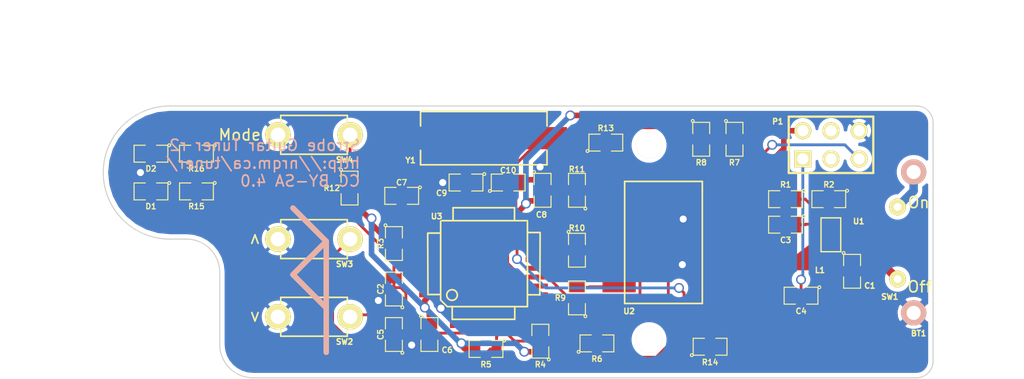
<source format=kicad_pcb>
(kicad_pcb (version 3) (host pcbnew "(2013-07-07 BZR 4022)-stable")

  (general
    (links 77)
    (no_connects 0)
    (area 68.985714 44.35 152.714287 78.884001)
    (thickness 1.6)
    (drawings 21)
    (tracks 326)
    (zones 0)
    (modules 39)
    (nets 34)
  )

  (page A3)
  (layers
    (15 F.Cu signal)
    (0 B.Cu signal)
    (16 B.Adhes user)
    (17 F.Adhes user)
    (18 B.Paste user)
    (19 F.Paste user)
    (20 B.SilkS user)
    (21 F.SilkS user)
    (22 B.Mask user)
    (23 F.Mask user)
    (24 Dwgs.User user hide)
    (25 Cmts.User user)
    (26 Eco1.User user)
    (27 Eco2.User user)
    (28 Edge.Cuts user)
  )

  (setup
    (last_trace_width 0.254)
    (trace_clearance 0.254)
    (zone_clearance 0.39)
    (zone_45_only no)
    (trace_min 0.254)
    (segment_width 0.2)
    (edge_width 0.1)
    (via_size 0.889)
    (via_drill 0.635)
    (via_min_size 0.889)
    (via_min_drill 0.508)
    (uvia_size 0.508)
    (uvia_drill 0.127)
    (uvias_allowed no)
    (uvia_min_size 0.508)
    (uvia_min_drill 0.127)
    (pcb_text_width 0.3)
    (pcb_text_size 1.5 1.5)
    (mod_edge_width 0.15)
    (mod_text_size 1 1)
    (mod_text_width 0.15)
    (pad_size 2.37 2.37)
    (pad_drill 2.37)
    (pad_to_mask_clearance 0)
    (aux_axis_origin 0 0)
    (visible_elements 7FFFFFBF)
    (pcbplotparams
      (layerselection 284196865)
      (usegerberextensions true)
      (excludeedgelayer true)
      (linewidth 0.150000)
      (plotframeref false)
      (viasonmask false)
      (mode 1)
      (useauxorigin false)
      (hpglpennumber 1)
      (hpglpenspeed 20)
      (hpglpendiameter 15)
      (hpglpenoverlay 2)
      (psnegative false)
      (psa4output false)
      (plotreference true)
      (plotvalue true)
      (plotothertext true)
      (plotinvisibletext false)
      (padsonsilk false)
      (subtractmaskfromsilk true)
      (outputformat 1)
      (mirror false)
      (drillshape 0)
      (scaleselection 1)
      (outputdirectory output/))
  )

  (net 0 "")
  (net 1 GND)
  (net 2 N-000001)
  (net 3 N-0000010)
  (net 4 N-0000011)
  (net 5 N-0000012)
  (net 6 N-0000013)
  (net 7 N-0000014)
  (net 8 N-0000015)
  (net 9 N-0000017)
  (net 10 N-0000018)
  (net 11 N-0000019)
  (net 12 N-000002)
  (net 13 N-0000020)
  (net 14 N-0000021)
  (net 15 N-0000023)
  (net 16 N-0000024)
  (net 17 N-0000025)
  (net 18 N-0000026)
  (net 19 N-0000027)
  (net 20 N-0000028)
  (net 21 N-0000029)
  (net 22 N-000003)
  (net 23 N-0000030)
  (net 24 N-0000031)
  (net 25 N-0000033)
  (net 26 N-000004)
  (net 27 N-0000046)
  (net 28 N-000005)
  (net 29 N-000006)
  (net 30 N-000007)
  (net 31 N-000008)
  (net 32 N-000009)
  (net 33 VDD)

  (net_class Default "This is the default net class."
    (clearance 0.254)
    (trace_width 0.254)
    (via_dia 0.889)
    (via_drill 0.635)
    (uvia_dia 0.508)
    (uvia_drill 0.127)
    (add_net "")
    (add_net N-000001)
    (add_net N-0000010)
    (add_net N-0000011)
    (add_net N-0000012)
    (add_net N-0000013)
    (add_net N-0000014)
    (add_net N-0000015)
    (add_net N-0000017)
    (add_net N-0000018)
    (add_net N-0000019)
    (add_net N-000002)
    (add_net N-0000020)
    (add_net N-0000021)
    (add_net N-0000023)
    (add_net N-0000024)
    (add_net N-0000025)
    (add_net N-0000026)
    (add_net N-0000027)
    (add_net N-000003)
    (add_net N-0000031)
    (add_net N-0000033)
    (add_net N-000004)
    (add_net N-0000046)
    (add_net N-000005)
    (add_net N-000006)
    (add_net N-000007)
    (add_net N-000008)
    (add_net N-000009)
  )

  (net_class "Chip Power" ""
    (clearance 0.254)
    (trace_width 0.508)
    (via_dia 0.889)
    (via_drill 0.635)
    (uvia_dia 0.508)
    (uvia_drill 0.127)
    (add_net GND)
    (add_net VDD)
  )

  (net_class "Supply Power" ""
    (clearance 0.254)
    (trace_width 0.762)
    (via_dia 0.889)
    (via_drill 0.635)
    (uvia_dia 0.508)
    (uvia_drill 0.127)
    (add_net N-0000028)
    (add_net N-0000029)
    (add_net N-0000030)
  )

  (module TQFP32-2 (layer F.Cu) (tedit 52EC6D1B) (tstamp 52E5E340)
    (at 108.3 68.2 90)
    (path /52E0B7B5)
    (fp_text reference U3 (at 4.25 -4.25 180) (layer F.SilkS)
      (effects (font (size 0.5 0.5) (thickness 0.125)))
    )
    (fp_text value ATXMEGA8E5 (at 0 1.905 90) (layer F.SilkS) hide
      (effects (font (size 1.27 1.016) (thickness 0.2032)))
    )
    (fp_line (start 5.0292 2.7686) (end 3.8862 2.7686) (layer F.SilkS) (width 0.1524))
    (fp_line (start 5.0292 -2.7686) (end 3.9116 -2.7686) (layer F.SilkS) (width 0.1524))
    (fp_line (start 5.0292 2.7686) (end 5.0292 -2.7686) (layer F.SilkS) (width 0.1524))
    (fp_line (start 2.794 3.9624) (end 2.794 5.0546) (layer F.SilkS) (width 0.1524))
    (fp_line (start -2.8194 3.9878) (end -2.8194 5.0546) (layer F.SilkS) (width 0.1524))
    (fp_line (start -2.8448 5.0546) (end 2.794 5.08) (layer F.SilkS) (width 0.1524))
    (fp_line (start -2.794 -5.0292) (end 2.7178 -5.0546) (layer F.SilkS) (width 0.1524))
    (fp_line (start -3.8862 -3.2766) (end -3.8862 3.9116) (layer F.SilkS) (width 0.1524))
    (fp_line (start 2.7432 -5.0292) (end 2.7432 -3.9878) (layer F.SilkS) (width 0.1524))
    (fp_line (start -3.2512 -3.8862) (end 3.81 -3.8862) (layer F.SilkS) (width 0.1524))
    (fp_line (start 3.8608 3.937) (end 3.8608 -3.7846) (layer F.SilkS) (width 0.1524))
    (fp_line (start -3.8862 3.937) (end 3.7338 3.937) (layer F.SilkS) (width 0.1524))
    (fp_line (start -5.0292 -2.8448) (end -5.0292 2.794) (layer F.SilkS) (width 0.1524))
    (fp_line (start -5.0292 2.794) (end -3.8862 2.794) (layer F.SilkS) (width 0.1524))
    (fp_line (start -3.87604 -3.302) (end -3.29184 -3.8862) (layer F.SilkS) (width 0.1524))
    (fp_line (start -5.02412 -2.8448) (end -3.87604 -2.8448) (layer F.SilkS) (width 0.1524))
    (fp_line (start -2.794 -3.8862) (end -2.794 -5.03428) (layer F.SilkS) (width 0.1524))
    (fp_circle (center -2.83972 -2.86004) (end -2.43332 -2.60604) (layer F.SilkS) (width 0.1524))
    (pad 8 smd rect (at -4.81584 2.77622 90) (size 1.99898 0.44958)
      (layers F.Cu F.Paste F.Mask)
      (net 17 N-0000025)
      (clearance 0.1524)
    )
    (pad 7 smd rect (at -4.81584 1.97612 90) (size 1.99898 0.44958)
      (layers F.Cu F.Paste F.Mask)
      (net 18 N-0000026)
      (clearance 0.1524)
    )
    (pad 6 smd rect (at -4.81584 1.17602 90) (size 1.99898 0.44958)
      (layers F.Cu F.Paste F.Mask)
      (net 16 N-0000024)
      (clearance 0.1524)
    )
    (pad 5 smd rect (at -4.81584 0.37592 90) (size 1.99898 0.44958)
      (layers F.Cu F.Paste F.Mask)
      (net 15 N-0000023)
      (clearance 0.1524)
    )
    (pad 4 smd rect (at -4.81584 -0.42418 90) (size 1.99898 0.44958)
      (layers F.Cu F.Paste F.Mask)
      (clearance 0.1524)
    )
    (pad 3 smd rect (at -4.81584 -1.22428 90) (size 1.99898 0.44958)
      (layers F.Cu F.Paste F.Mask)
      (clearance 0.1524)
    )
    (pad 2 smd rect (at -4.81584 -2.02438 90) (size 1.99898 0.44958)
      (layers F.Cu F.Paste F.Mask)
      (clearance 0.1524)
    )
    (pad 1 smd rect (at -4.81584 -2.82448 90) (size 1.99898 0.44958)
      (layers F.Cu F.Paste F.Mask)
      (net 1 GND)
      (clearance 0.1524)
    )
    (pad 24 smd rect (at 4.7498 -2.8194 90) (size 1.99898 0.44958)
      (layers F.Cu F.Paste F.Mask)
      (clearance 0.1524)
    )
    (pad 17 smd rect (at 4.7498 2.794 90) (size 1.99898 0.44958)
      (layers F.Cu F.Paste F.Mask)
      (net 33 VDD)
      (clearance 0.1524)
    )
    (pad 18 smd rect (at 4.7498 1.9812 90) (size 1.99898 0.44958)
      (layers F.Cu F.Paste F.Mask)
      (net 1 GND)
      (clearance 0.1524)
    )
    (pad 19 smd rect (at 4.7498 1.1684 90) (size 1.99898 0.44958)
      (layers F.Cu F.Paste F.Mask)
      (net 27 N-0000046)
      (clearance 0.1524)
    )
    (pad 20 smd rect (at 4.7498 0.381 90) (size 1.99898 0.44958)
      (layers F.Cu F.Paste F.Mask)
      (net 24 N-0000031)
      (clearance 0.1524)
    )
    (pad 21 smd rect (at 4.7498 -0.4318 90) (size 1.99898 0.44958)
      (layers F.Cu F.Paste F.Mask)
      (clearance 0.1524)
    )
    (pad 22 smd rect (at 4.7498 -1.2192 90) (size 1.99898 0.44958)
      (layers F.Cu F.Paste F.Mask)
      (clearance 0.1524)
    )
    (pad 23 smd rect (at 4.7498 -2.032 90) (size 1.99898 0.44958)
      (layers F.Cu F.Paste F.Mask)
      (clearance 0.1524)
    )
    (pad 32 smd rect (at -2.82448 -4.826 90) (size 0.44958 1.99898)
      (layers F.Cu F.Paste F.Mask)
      (net 33 VDD)
      (clearance 0.1524)
    )
    (pad 31 smd rect (at -2.02692 -4.826 90) (size 0.44958 1.99898)
      (layers F.Cu F.Paste F.Mask)
      (clearance 0.1524)
    )
    (pad 30 smd rect (at -1.22428 -4.826 90) (size 0.44958 1.99898)
      (layers F.Cu F.Paste F.Mask)
      (clearance 0.1524)
    )
    (pad 29 smd rect (at -0.42672 -4.826 90) (size 0.44958 1.99898)
      (layers F.Cu F.Paste F.Mask)
      (clearance 0.1524)
    )
    (pad 28 smd rect (at 0.37592 -4.826 90) (size 0.44958 1.99898)
      (layers F.Cu F.Paste F.Mask)
      (net 25 N-0000033)
      (clearance 0.1524)
    )
    (pad 27 smd rect (at 1.17348 -4.826 90) (size 0.44958 1.99898)
      (layers F.Cu F.Paste F.Mask)
      (clearance 0.1524)
    )
    (pad 26 smd rect (at 1.97612 -4.826 90) (size 0.44958 1.99898)
      (layers F.Cu F.Paste F.Mask)
      (net 4 N-0000011)
      (clearance 0.1524)
    )
    (pad 25 smd rect (at 2.77368 -4.826 90) (size 0.44958 1.99898)
      (layers F.Cu F.Paste F.Mask)
      (net 3 N-0000010)
      (clearance 0.1524)
    )
    (pad 9 smd rect (at -2.8194 4.7752 90) (size 0.44958 1.99898)
      (layers F.Cu F.Paste F.Mask)
      (net 29 N-000006)
      (clearance 0.1524)
    )
    (pad 10 smd rect (at -2.032 4.7752 90) (size 0.44958 1.99898)
      (layers F.Cu F.Paste F.Mask)
      (net 2 N-000001)
      (clearance 0.1524)
    )
    (pad 11 smd rect (at -1.2192 4.7752 90) (size 0.44958 1.99898)
      (layers F.Cu F.Paste F.Mask)
      (net 28 N-000005)
      (clearance 0.1524)
    )
    (pad 12 smd rect (at -0.4318 4.7752 90) (size 0.44958 1.99898)
      (layers F.Cu F.Paste F.Mask)
      (net 26 N-000004)
      (clearance 0.1524)
    )
    (pad 13 smd rect (at 0.3556 4.7752 90) (size 0.44958 1.99898)
      (layers F.Cu F.Paste F.Mask)
      (net 22 N-000003)
      (clearance 0.1524)
    )
    (pad 14 smd rect (at 1.1684 4.7752 90) (size 0.44958 1.99898)
      (layers F.Cu F.Paste F.Mask)
      (net 12 N-000002)
      (clearance 0.1524)
    )
    (pad 15 smd rect (at 1.9812 4.7752 90) (size 0.44958 1.99898)
      (layers F.Cu F.Paste F.Mask)
      (net 7 N-0000014)
      (clearance 0.1524)
    )
    (pad 16 smd rect (at 2.794 4.7752 90) (size 0.44958 1.99898)
      (layers F.Cu F.Paste F.Mask)
      (net 6 N-0000013)
      (clearance 0.1524)
    )
    (model smd/tqfp32.wrl
      (at (xyz 0 0 0))
      (scale (xyz 1 1 1))
      (rotate (xyz 0 0 0))
    )
  )

  (module SM1008 (layer F.Cu) (tedit 52E8A0A7) (tstamp 52E8A05A)
    (at 135.7 68.2 180)
    (path /52E0AF9D)
    (fp_text reference L1 (at -2.9 -0.6 180) (layer F.SilkS)
      (effects (font (size 0.5 0.5) (thickness 0.125)))
    )
    (fp_text value "2.2 uH" (at 0 -0.1 180) (layer F.SilkS) hide
      (effects (font (size 1 1) (thickness 0.15)))
    )
    (pad 1 smd rect (at -1.3 0 180) (size 1.6 1.2)
      (layers F.Cu F.Paste F.Mask)
      (net 20 N-0000028)
    )
    (pad 2 smd rect (at 1.3 0 180) (size 1.6 1.2)
      (layers F.Cu F.Paste F.Mask)
      (net 33 VDD)
    )
  )

  (module SM0805 (layer F.Cu) (tedit 52EC7875) (tstamp 52E5E372)
    (at 100.2 70.5 90)
    (path /52E5CD71)
    (attr smd)
    (fp_text reference C2 (at 0 -1.2 90) (layer F.SilkS)
      (effects (font (size 0.50038 0.50038) (thickness 0.10922)))
    )
    (fp_text value "100 nF" (at 0 0.381 90) (layer F.SilkS) hide
      (effects (font (size 0.50038 0.50038) (thickness 0.10922)))
    )
    (fp_circle (center -1.651 0.762) (end -1.651 0.635) (layer F.SilkS) (width 0.09906))
    (fp_line (start -0.508 0.762) (end -1.524 0.762) (layer F.SilkS) (width 0.09906))
    (fp_line (start -1.524 0.762) (end -1.524 -0.762) (layer F.SilkS) (width 0.09906))
    (fp_line (start -1.524 -0.762) (end -0.508 -0.762) (layer F.SilkS) (width 0.09906))
    (fp_line (start 0.508 -0.762) (end 1.524 -0.762) (layer F.SilkS) (width 0.09906))
    (fp_line (start 1.524 -0.762) (end 1.524 0.762) (layer F.SilkS) (width 0.09906))
    (fp_line (start 1.524 0.762) (end 0.508 0.762) (layer F.SilkS) (width 0.09906))
    (pad 1 smd rect (at -0.9525 0 90) (size 0.889 1.397)
      (layers F.Cu F.Paste F.Mask)
      (net 1 GND)
    )
    (pad 2 smd rect (at 0.9525 0 90) (size 0.889 1.397)
      (layers F.Cu F.Paste F.Mask)
      (net 15 N-0000023)
    )
    (model smd/chip_cms.wrl
      (at (xyz 0 0 0))
      (scale (xyz 0.1 0.1 0.1))
      (rotate (xyz 0 0 0))
    )
  )

  (module SM0805 (layer F.Cu) (tedit 52E5FA67) (tstamp 52E5E7C5)
    (at 82.4 58.3 180)
    (path /52E0CBC3)
    (attr smd)
    (fp_text reference R16 (at 0 -1.35 180) (layer F.SilkS)
      (effects (font (size 0.50038 0.50038) (thickness 0.10922)))
    )
    (fp_text value "18 Ohms" (at 0 0.381 180) (layer F.SilkS) hide
      (effects (font (size 0.50038 0.50038) (thickness 0.10922)))
    )
    (fp_circle (center -1.651 0.762) (end -1.651 0.635) (layer F.SilkS) (width 0.09906))
    (fp_line (start -0.508 0.762) (end -1.524 0.762) (layer F.SilkS) (width 0.09906))
    (fp_line (start -1.524 0.762) (end -1.524 -0.762) (layer F.SilkS) (width 0.09906))
    (fp_line (start -1.524 -0.762) (end -0.508 -0.762) (layer F.SilkS) (width 0.09906))
    (fp_line (start 0.508 -0.762) (end 1.524 -0.762) (layer F.SilkS) (width 0.09906))
    (fp_line (start 1.524 -0.762) (end 1.524 0.762) (layer F.SilkS) (width 0.09906))
    (fp_line (start 1.524 0.762) (end 0.508 0.762) (layer F.SilkS) (width 0.09906))
    (pad 1 smd rect (at -0.9525 0 180) (size 0.889 1.397)
      (layers F.Cu F.Paste F.Mask)
      (net 3 N-0000010)
    )
    (pad 2 smd rect (at 0.9525 0 180) (size 0.889 1.397)
      (layers F.Cu F.Paste F.Mask)
      (net 32 N-000009)
    )
    (model smd/chip_cms.wrl
      (at (xyz 0 0 0))
      (scale (xyz 0.1 0.1 0.1))
      (rotate (xyz 0 0 0))
    )
  )

  (module SM0805 (layer F.Cu) (tedit 52E5FA78) (tstamp 52E5E38C)
    (at 78.3 61.7 180)
    (path /52E0CBCB)
    (attr smd)
    (fp_text reference D1 (at 0 -1.35 180) (layer F.SilkS)
      (effects (font (size 0.50038 0.50038) (thickness 0.10922)))
    )
    (fp_text value LED (at 0 0.381 180) (layer F.SilkS) hide
      (effects (font (size 0.50038 0.50038) (thickness 0.10922)))
    )
    (fp_circle (center -1.651 0.762) (end -1.651 0.635) (layer F.SilkS) (width 0.09906))
    (fp_line (start -0.508 0.762) (end -1.524 0.762) (layer F.SilkS) (width 0.09906))
    (fp_line (start -1.524 0.762) (end -1.524 -0.762) (layer F.SilkS) (width 0.09906))
    (fp_line (start -1.524 -0.762) (end -0.508 -0.762) (layer F.SilkS) (width 0.09906))
    (fp_line (start 0.508 -0.762) (end 1.524 -0.762) (layer F.SilkS) (width 0.09906))
    (fp_line (start 1.524 -0.762) (end 1.524 0.762) (layer F.SilkS) (width 0.09906))
    (fp_line (start 1.524 0.762) (end 0.508 0.762) (layer F.SilkS) (width 0.09906))
    (pad 1 smd rect (at -0.9525 0 180) (size 0.889 1.397)
      (layers F.Cu F.Paste F.Mask)
      (net 5 N-0000012)
    )
    (pad 2 smd rect (at 0.9525 0 180) (size 0.889 1.397)
      (layers F.Cu F.Paste F.Mask)
      (net 1 GND)
    )
    (model smd/chip_cms.wrl
      (at (xyz 0 0 0))
      (scale (xyz 0.1 0.1 0.1))
      (rotate (xyz 0 0 0))
    )
  )

  (module SM0805 (layer F.Cu) (tedit 52E5FA6E) (tstamp 52E5E399)
    (at 78.3 58.3 180)
    (path /52E0CBD8)
    (attr smd)
    (fp_text reference D2 (at 0 -1.35 180) (layer F.SilkS)
      (effects (font (size 0.50038 0.50038) (thickness 0.10922)))
    )
    (fp_text value LED (at 0 0.381 180) (layer F.SilkS) hide
      (effects (font (size 0.50038 0.50038) (thickness 0.10922)))
    )
    (fp_circle (center -1.651 0.762) (end -1.651 0.635) (layer F.SilkS) (width 0.09906))
    (fp_line (start -0.508 0.762) (end -1.524 0.762) (layer F.SilkS) (width 0.09906))
    (fp_line (start -1.524 0.762) (end -1.524 -0.762) (layer F.SilkS) (width 0.09906))
    (fp_line (start -1.524 -0.762) (end -0.508 -0.762) (layer F.SilkS) (width 0.09906))
    (fp_line (start 0.508 -0.762) (end 1.524 -0.762) (layer F.SilkS) (width 0.09906))
    (fp_line (start 1.524 -0.762) (end 1.524 0.762) (layer F.SilkS) (width 0.09906))
    (fp_line (start 1.524 0.762) (end 0.508 0.762) (layer F.SilkS) (width 0.09906))
    (pad 1 smd rect (at -0.9525 0 180) (size 0.889 1.397)
      (layers F.Cu F.Paste F.Mask)
      (net 32 N-000009)
    )
    (pad 2 smd rect (at 0.9525 0 180) (size 0.889 1.397)
      (layers F.Cu F.Paste F.Mask)
      (net 1 GND)
    )
    (model smd/chip_cms.wrl
      (at (xyz 0 0 0))
      (scale (xyz 0.1 0.1 0.1))
      (rotate (xyz 0 0 0))
    )
  )

  (module SM0805 (layer F.Cu) (tedit 52E5FEB5) (tstamp 52E5E3A6)
    (at 113.4 75.2 90)
    (path /52E1A2F8)
    (attr smd)
    (fp_text reference R4 (at -2.1 0 180) (layer F.SilkS)
      (effects (font (size 0.50038 0.50038) (thickness 0.10922)))
    )
    (fp_text value "10 K" (at 0 0.381 90) (layer F.SilkS) hide
      (effects (font (size 0.50038 0.50038) (thickness 0.10922)))
    )
    (fp_circle (center -1.651 0.762) (end -1.651 0.635) (layer F.SilkS) (width 0.09906))
    (fp_line (start -0.508 0.762) (end -1.524 0.762) (layer F.SilkS) (width 0.09906))
    (fp_line (start -1.524 0.762) (end -1.524 -0.762) (layer F.SilkS) (width 0.09906))
    (fp_line (start -1.524 -0.762) (end -0.508 -0.762) (layer F.SilkS) (width 0.09906))
    (fp_line (start 0.508 -0.762) (end 1.524 -0.762) (layer F.SilkS) (width 0.09906))
    (fp_line (start 1.524 -0.762) (end 1.524 0.762) (layer F.SilkS) (width 0.09906))
    (fp_line (start 1.524 0.762) (end 0.508 0.762) (layer F.SilkS) (width 0.09906))
    (pad 1 smd rect (at -0.9525 0 90) (size 0.889 1.397)
      (layers F.Cu F.Paste F.Mask)
      (net 33 VDD)
    )
    (pad 2 smd rect (at 0.9525 0 90) (size 0.889 1.397)
      (layers F.Cu F.Paste F.Mask)
      (net 17 N-0000025)
    )
    (model smd/chip_cms.wrl
      (at (xyz 0 0 0))
      (scale (xyz 0.1 0.1 0.1))
      (rotate (xyz 0 0 0))
    )
  )

  (module SM0805 (layer F.Cu) (tedit 52E89DA3) (tstamp 52E5E3B3)
    (at 135.5 62.4 180)
    (path /52E5A3B2)
    (attr smd)
    (fp_text reference R1 (at -0.01 1.31 180) (layer F.SilkS)
      (effects (font (size 0.50038 0.50038) (thickness 0.10922)))
    )
    (fp_text value "420 K" (at 0 0.381 180) (layer F.SilkS) hide
      (effects (font (size 0.50038 0.50038) (thickness 0.10922)))
    )
    (fp_circle (center -1.651 0.762) (end -1.651 0.635) (layer F.SilkS) (width 0.09906))
    (fp_line (start -0.508 0.762) (end -1.524 0.762) (layer F.SilkS) (width 0.09906))
    (fp_line (start -1.524 0.762) (end -1.524 -0.762) (layer F.SilkS) (width 0.09906))
    (fp_line (start -1.524 -0.762) (end -0.508 -0.762) (layer F.SilkS) (width 0.09906))
    (fp_line (start 0.508 -0.762) (end 1.524 -0.762) (layer F.SilkS) (width 0.09906))
    (fp_line (start 1.524 -0.762) (end 1.524 0.762) (layer F.SilkS) (width 0.09906))
    (fp_line (start 1.524 0.762) (end 0.508 0.762) (layer F.SilkS) (width 0.09906))
    (pad 1 smd rect (at -0.9525 0 180) (size 0.889 1.397)
      (layers F.Cu F.Paste F.Mask)
      (net 19 N-0000027)
    )
    (pad 2 smd rect (at 0.9525 0 180) (size 0.889 1.397)
      (layers F.Cu F.Paste F.Mask)
      (net 33 VDD)
    )
    (model smd/chip_cms.wrl
      (at (xyz 0 0 0))
      (scale (xyz 0.1 0.1 0.1))
      (rotate (xyz 0 0 0))
    )
  )

  (module SM0805 (layer F.Cu) (tedit 52E89D9F) (tstamp 52E5E3C0)
    (at 139.4 62.4 180)
    (path /52E5A3C2)
    (attr smd)
    (fp_text reference R2 (at -0.01 1.31 180) (layer F.SilkS)
      (effects (font (size 0.50038 0.50038) (thickness 0.10922)))
    )
    (fp_text value "180 K" (at 0 0.381 180) (layer F.SilkS) hide
      (effects (font (size 0.50038 0.50038) (thickness 0.10922)))
    )
    (fp_circle (center -1.651 0.762) (end -1.651 0.635) (layer F.SilkS) (width 0.09906))
    (fp_line (start -0.508 0.762) (end -1.524 0.762) (layer F.SilkS) (width 0.09906))
    (fp_line (start -1.524 0.762) (end -1.524 -0.762) (layer F.SilkS) (width 0.09906))
    (fp_line (start -1.524 -0.762) (end -0.508 -0.762) (layer F.SilkS) (width 0.09906))
    (fp_line (start 0.508 -0.762) (end 1.524 -0.762) (layer F.SilkS) (width 0.09906))
    (fp_line (start 1.524 -0.762) (end 1.524 0.762) (layer F.SilkS) (width 0.09906))
    (fp_line (start 1.524 0.762) (end 0.508 0.762) (layer F.SilkS) (width 0.09906))
    (pad 1 smd rect (at -0.9525 0 180) (size 0.889 1.397)
      (layers F.Cu F.Paste F.Mask)
      (net 1 GND)
    )
    (pad 2 smd rect (at 0.9525 0 180) (size 0.889 1.397)
      (layers F.Cu F.Paste F.Mask)
      (net 19 N-0000027)
    )
    (model smd/chip_cms.wrl
      (at (xyz 0 0 0))
      (scale (xyz 0.1 0.1 0.1))
      (rotate (xyz 0 0 0))
    )
  )

  (module SM0805 (layer F.Cu) (tedit 52E89DA8) (tstamp 52E5E3CD)
    (at 135.5 64.7 180)
    (path /52E5A5F1)
    (attr smd)
    (fp_text reference C3 (at -0.01 -1.39 180) (layer F.SilkS)
      (effects (font (size 0.50038 0.50038) (thickness 0.10922)))
    )
    (fp_text value "22 pF" (at 0 0.381 180) (layer F.SilkS) hide
      (effects (font (size 0.50038 0.50038) (thickness 0.10922)))
    )
    (fp_circle (center -1.651 0.762) (end -1.651 0.635) (layer F.SilkS) (width 0.09906))
    (fp_line (start -0.508 0.762) (end -1.524 0.762) (layer F.SilkS) (width 0.09906))
    (fp_line (start -1.524 0.762) (end -1.524 -0.762) (layer F.SilkS) (width 0.09906))
    (fp_line (start -1.524 -0.762) (end -0.508 -0.762) (layer F.SilkS) (width 0.09906))
    (fp_line (start 0.508 -0.762) (end 1.524 -0.762) (layer F.SilkS) (width 0.09906))
    (fp_line (start 1.524 -0.762) (end 1.524 0.762) (layer F.SilkS) (width 0.09906))
    (fp_line (start 1.524 0.762) (end 0.508 0.762) (layer F.SilkS) (width 0.09906))
    (pad 1 smd rect (at -0.9525 0 180) (size 0.889 1.397)
      (layers F.Cu F.Paste F.Mask)
      (net 19 N-0000027)
    )
    (pad 2 smd rect (at 0.9525 0 180) (size 0.889 1.397)
      (layers F.Cu F.Paste F.Mask)
      (net 33 VDD)
    )
    (model smd/chip_cms.wrl
      (at (xyz 0 0 0))
      (scale (xyz 0.1 0.1 0.1))
      (rotate (xyz 0 0 0))
    )
  )

  (module SM0805 (layer F.Cu) (tedit 52E89DB4) (tstamp 52E8A053)
    (at 136.9 71.1 180)
    (path /52E5A8EA)
    (attr smd)
    (fp_text reference C4 (at -0.01 -1.39 180) (layer F.SilkS)
      (effects (font (size 0.50038 0.50038) (thickness 0.10922)))
    )
    (fp_text value "10 uF" (at 0 0.381 180) (layer F.SilkS) hide
      (effects (font (size 0.50038 0.50038) (thickness 0.10922)))
    )
    (fp_circle (center -1.651 0.762) (end -1.651 0.635) (layer F.SilkS) (width 0.09906))
    (fp_line (start -0.508 0.762) (end -1.524 0.762) (layer F.SilkS) (width 0.09906))
    (fp_line (start -1.524 0.762) (end -1.524 -0.762) (layer F.SilkS) (width 0.09906))
    (fp_line (start -1.524 -0.762) (end -0.508 -0.762) (layer F.SilkS) (width 0.09906))
    (fp_line (start 0.508 -0.762) (end 1.524 -0.762) (layer F.SilkS) (width 0.09906))
    (fp_line (start 1.524 -0.762) (end 1.524 0.762) (layer F.SilkS) (width 0.09906))
    (fp_line (start 1.524 0.762) (end 0.508 0.762) (layer F.SilkS) (width 0.09906))
    (pad 1 smd rect (at -0.9525 0 180) (size 0.889 1.397)
      (layers F.Cu F.Paste F.Mask)
      (net 1 GND)
    )
    (pad 2 smd rect (at 0.9525 0 180) (size 0.889 1.397)
      (layers F.Cu F.Paste F.Mask)
      (net 33 VDD)
    )
    (model smd/chip_cms.wrl
      (at (xyz 0 0 0))
      (scale (xyz 0.1 0.1 0.1))
      (rotate (xyz 0 0 0))
    )
  )

  (module SM0805 (layer F.Cu) (tedit 52F569BE) (tstamp 52EC91F1)
    (at 128.7 75.7)
    (path /52E0C2E0)
    (attr smd)
    (fp_text reference R14 (at 0 1.4) (layer F.SilkS)
      (effects (font (size 0.50038 0.50038) (thickness 0.10922)))
    )
    (fp_text value "27 Ohms" (at 0 0.381) (layer F.SilkS) hide
      (effects (font (size 0.50038 0.50038) (thickness 0.10922)))
    )
    (fp_circle (center -1.651 0.762) (end -1.651 0.635) (layer F.SilkS) (width 0.09906))
    (fp_line (start -0.508 0.762) (end -1.524 0.762) (layer F.SilkS) (width 0.09906))
    (fp_line (start -1.524 0.762) (end -1.524 -0.762) (layer F.SilkS) (width 0.09906))
    (fp_line (start -1.524 -0.762) (end -0.508 -0.762) (layer F.SilkS) (width 0.09906))
    (fp_line (start 0.508 -0.762) (end 1.524 -0.762) (layer F.SilkS) (width 0.09906))
    (fp_line (start 1.524 -0.762) (end 1.524 0.762) (layer F.SilkS) (width 0.09906))
    (fp_line (start 1.524 0.762) (end 0.508 0.762) (layer F.SilkS) (width 0.09906))
    (pad 1 smd rect (at -0.9525 0) (size 0.889 1.397)
      (layers F.Cu F.Paste F.Mask)
      (net 6 N-0000013)
    )
    (pad 2 smd rect (at 0.9525 0) (size 0.889 1.397)
      (layers F.Cu F.Paste F.Mask)
      (net 30 N-000007)
    )
    (model smd/chip_cms.wrl
      (at (xyz 0 0 0))
      (scale (xyz 0.1 0.1 0.1))
      (rotate (xyz 0 0 0))
    )
  )

  (module SM0805 (layer F.Cu) (tedit 52EC787D) (tstamp 52E5E3F4)
    (at 100.2 74.6 90)
    (path /52E5CD78)
    (attr smd)
    (fp_text reference C5 (at 0 -1.2 90) (layer F.SilkS)
      (effects (font (size 0.50038 0.50038) (thickness 0.10922)))
    )
    (fp_text value "100 nF" (at 0 0.381 90) (layer F.SilkS) hide
      (effects (font (size 0.50038 0.50038) (thickness 0.10922)))
    )
    (fp_circle (center -1.651 0.762) (end -1.651 0.635) (layer F.SilkS) (width 0.09906))
    (fp_line (start -0.508 0.762) (end -1.524 0.762) (layer F.SilkS) (width 0.09906))
    (fp_line (start -1.524 0.762) (end -1.524 -0.762) (layer F.SilkS) (width 0.09906))
    (fp_line (start -1.524 -0.762) (end -0.508 -0.762) (layer F.SilkS) (width 0.09906))
    (fp_line (start 0.508 -0.762) (end 1.524 -0.762) (layer F.SilkS) (width 0.09906))
    (fp_line (start 1.524 -0.762) (end 1.524 0.762) (layer F.SilkS) (width 0.09906))
    (fp_line (start 1.524 0.762) (end 0.508 0.762) (layer F.SilkS) (width 0.09906))
    (pad 1 smd rect (at -0.9525 0 90) (size 0.889 1.397)
      (layers F.Cu F.Paste F.Mask)
      (net 1 GND)
    )
    (pad 2 smd rect (at 0.9525 0 90) (size 0.889 1.397)
      (layers F.Cu F.Paste F.Mask)
      (net 16 N-0000024)
    )
    (model smd/chip_cms.wrl
      (at (xyz 0 0 0))
      (scale (xyz 0.1 0.1 0.1))
      (rotate (xyz 0 0 0))
    )
  )

  (module SM0805 (layer F.Cu) (tedit 52EC786F) (tstamp 52E5E401)
    (at 100.2 66.4 270)
    (path /52E5D3CD)
    (attr smd)
    (fp_text reference R3 (at 0 1.2 270) (layer F.SilkS)
      (effects (font (size 0.50038 0.50038) (thickness 0.10922)))
    )
    (fp_text value "10 K" (at 0 0.381 270) (layer F.SilkS) hide
      (effects (font (size 0.50038 0.50038) (thickness 0.10922)))
    )
    (fp_circle (center -1.651 0.762) (end -1.651 0.635) (layer F.SilkS) (width 0.09906))
    (fp_line (start -0.508 0.762) (end -1.524 0.762) (layer F.SilkS) (width 0.09906))
    (fp_line (start -1.524 0.762) (end -1.524 -0.762) (layer F.SilkS) (width 0.09906))
    (fp_line (start -1.524 -0.762) (end -0.508 -0.762) (layer F.SilkS) (width 0.09906))
    (fp_line (start 0.508 -0.762) (end 1.524 -0.762) (layer F.SilkS) (width 0.09906))
    (fp_line (start 1.524 -0.762) (end 1.524 0.762) (layer F.SilkS) (width 0.09906))
    (fp_line (start 1.524 0.762) (end 0.508 0.762) (layer F.SilkS) (width 0.09906))
    (pad 1 smd rect (at -0.9525 0 270) (size 0.889 1.397)
      (layers F.Cu F.Paste F.Mask)
      (net 33 VDD)
    )
    (pad 2 smd rect (at 0.9525 0 270) (size 0.889 1.397)
      (layers F.Cu F.Paste F.Mask)
      (net 15 N-0000023)
    )
    (model smd/chip_cms.wrl
      (at (xyz 0 0 0))
      (scale (xyz 0.1 0.1 0.1))
      (rotate (xyz 0 0 0))
    )
  )

  (module SM0805 (layer F.Cu) (tedit 52EC78A8) (tstamp 52EB3DA5)
    (at 108.5 75.9 180)
    (path /52E5D3ED)
    (attr smd)
    (fp_text reference R5 (at 0 -1.4 180) (layer F.SilkS)
      (effects (font (size 0.50038 0.50038) (thickness 0.10922)))
    )
    (fp_text value "10 K" (at 0 0.381 180) (layer F.SilkS) hide
      (effects (font (size 0.50038 0.50038) (thickness 0.10922)))
    )
    (fp_circle (center -1.651 0.762) (end -1.651 0.635) (layer F.SilkS) (width 0.09906))
    (fp_line (start -0.508 0.762) (end -1.524 0.762) (layer F.SilkS) (width 0.09906))
    (fp_line (start -1.524 0.762) (end -1.524 -0.762) (layer F.SilkS) (width 0.09906))
    (fp_line (start -1.524 -0.762) (end -0.508 -0.762) (layer F.SilkS) (width 0.09906))
    (fp_line (start 0.508 -0.762) (end 1.524 -0.762) (layer F.SilkS) (width 0.09906))
    (fp_line (start 1.524 -0.762) (end 1.524 0.762) (layer F.SilkS) (width 0.09906))
    (fp_line (start 1.524 0.762) (end 0.508 0.762) (layer F.SilkS) (width 0.09906))
    (pad 1 smd rect (at -0.9525 0 180) (size 0.889 1.397)
      (layers F.Cu F.Paste F.Mask)
      (net 16 N-0000024)
    )
    (pad 2 smd rect (at 0.9525 0 180) (size 0.889 1.397)
      (layers F.Cu F.Paste F.Mask)
      (net 33 VDD)
    )
    (model smd/chip_cms.wrl
      (at (xyz 0 0 0))
      (scale (xyz 0.1 0.1 0.1))
      (rotate (xyz 0 0 0))
    )
  )

  (module SM0805 (layer F.Cu) (tedit 52EC7895) (tstamp 52E5E41B)
    (at 100.9 62.1 180)
    (path /52E5D87B)
    (attr smd)
    (fp_text reference C7 (at 0 1.2 180) (layer F.SilkS)
      (effects (font (size 0.50038 0.50038) (thickness 0.10922)))
    )
    (fp_text value "100 nF" (at 0 0.381 180) (layer F.SilkS) hide
      (effects (font (size 0.50038 0.50038) (thickness 0.10922)))
    )
    (fp_circle (center -1.651 0.762) (end -1.651 0.635) (layer F.SilkS) (width 0.09906))
    (fp_line (start -0.508 0.762) (end -1.524 0.762) (layer F.SilkS) (width 0.09906))
    (fp_line (start -1.524 0.762) (end -1.524 -0.762) (layer F.SilkS) (width 0.09906))
    (fp_line (start -1.524 -0.762) (end -0.508 -0.762) (layer F.SilkS) (width 0.09906))
    (fp_line (start 0.508 -0.762) (end 1.524 -0.762) (layer F.SilkS) (width 0.09906))
    (fp_line (start 1.524 -0.762) (end 1.524 0.762) (layer F.SilkS) (width 0.09906))
    (fp_line (start 1.524 0.762) (end 0.508 0.762) (layer F.SilkS) (width 0.09906))
    (pad 1 smd rect (at -0.9525 0 180) (size 0.889 1.397)
      (layers F.Cu F.Paste F.Mask)
      (net 1 GND)
    )
    (pad 2 smd rect (at 0.9525 0 180) (size 0.889 1.397)
      (layers F.Cu F.Paste F.Mask)
      (net 25 N-0000033)
    )
    (model smd/chip_cms.wrl
      (at (xyz 0 0 0))
      (scale (xyz 0.1 0.1 0.1))
      (rotate (xyz 0 0 0))
    )
  )

  (module SM0805 (layer F.Cu) (tedit 52EC7890) (tstamp 52E5E428)
    (at 96.2 61.4 270)
    (path /52E5D9C1)
    (attr smd)
    (fp_text reference R12 (at 0 1.6 360) (layer F.SilkS)
      (effects (font (size 0.50038 0.50038) (thickness 0.10922)))
    )
    (fp_text value "10 K" (at 0 0.381 270) (layer F.SilkS) hide
      (effects (font (size 0.50038 0.50038) (thickness 0.10922)))
    )
    (fp_circle (center -1.651 0.762) (end -1.651 0.635) (layer F.SilkS) (width 0.09906))
    (fp_line (start -0.508 0.762) (end -1.524 0.762) (layer F.SilkS) (width 0.09906))
    (fp_line (start -1.524 0.762) (end -1.524 -0.762) (layer F.SilkS) (width 0.09906))
    (fp_line (start -1.524 -0.762) (end -0.508 -0.762) (layer F.SilkS) (width 0.09906))
    (fp_line (start 0.508 -0.762) (end 1.524 -0.762) (layer F.SilkS) (width 0.09906))
    (fp_line (start 1.524 -0.762) (end 1.524 0.762) (layer F.SilkS) (width 0.09906))
    (fp_line (start 1.524 0.762) (end 0.508 0.762) (layer F.SilkS) (width 0.09906))
    (pad 1 smd rect (at -0.9525 0 270) (size 0.889 1.397)
      (layers F.Cu F.Paste F.Mask)
      (net 25 N-0000033)
    )
    (pad 2 smd rect (at 0.9525 0 270) (size 0.889 1.397)
      (layers F.Cu F.Paste F.Mask)
      (net 33 VDD)
    )
    (model smd/chip_cms.wrl
      (at (xyz 0 0 0))
      (scale (xyz 0.1 0.1 0.1))
      (rotate (xyz 0 0 0))
    )
  )

  (module SM0805 (layer F.Cu) (tedit 52E5FA75) (tstamp 52E5E6D8)
    (at 82.4 61.7 180)
    (path /52E0CBBD)
    (attr smd)
    (fp_text reference R15 (at 0 -1.35 180) (layer F.SilkS)
      (effects (font (size 0.50038 0.50038) (thickness 0.10922)))
    )
    (fp_text value "18 Ohms" (at 0 0.381 180) (layer F.SilkS) hide
      (effects (font (size 0.50038 0.50038) (thickness 0.10922)))
    )
    (fp_circle (center -1.651 0.762) (end -1.651 0.635) (layer F.SilkS) (width 0.09906))
    (fp_line (start -0.508 0.762) (end -1.524 0.762) (layer F.SilkS) (width 0.09906))
    (fp_line (start -1.524 0.762) (end -1.524 -0.762) (layer F.SilkS) (width 0.09906))
    (fp_line (start -1.524 -0.762) (end -0.508 -0.762) (layer F.SilkS) (width 0.09906))
    (fp_line (start 0.508 -0.762) (end 1.524 -0.762) (layer F.SilkS) (width 0.09906))
    (fp_line (start 1.524 -0.762) (end 1.524 0.762) (layer F.SilkS) (width 0.09906))
    (fp_line (start 1.524 0.762) (end 0.508 0.762) (layer F.SilkS) (width 0.09906))
    (pad 1 smd rect (at -0.9525 0 180) (size 0.889 1.397)
      (layers F.Cu F.Paste F.Mask)
      (net 4 N-0000011)
    )
    (pad 2 smd rect (at 0.9525 0 180) (size 0.889 1.397)
      (layers F.Cu F.Paste F.Mask)
      (net 5 N-0000012)
    )
    (model smd/chip_cms.wrl
      (at (xyz 0 0 0))
      (scale (xyz 0.1 0.1 0.1))
      (rotate (xyz 0 0 0))
    )
  )

  (module SM0805 (layer F.Cu) (tedit 52F5DB50) (tstamp 52E5E442)
    (at 106.7 60.9 180)
    (path /52CF62BB)
    (attr smd)
    (fp_text reference C9 (at 2.2 -0.95 180) (layer F.SilkS)
      (effects (font (size 0.50038 0.50038) (thickness 0.10922)))
    )
    (fp_text value "25 pF" (at 0 0.381 180) (layer F.SilkS) hide
      (effects (font (size 0.50038 0.50038) (thickness 0.10922)))
    )
    (fp_circle (center -1.651 0.762) (end -1.651 0.635) (layer F.SilkS) (width 0.09906))
    (fp_line (start -0.508 0.762) (end -1.524 0.762) (layer F.SilkS) (width 0.09906))
    (fp_line (start -1.524 0.762) (end -1.524 -0.762) (layer F.SilkS) (width 0.09906))
    (fp_line (start -1.524 -0.762) (end -0.508 -0.762) (layer F.SilkS) (width 0.09906))
    (fp_line (start 0.508 -0.762) (end 1.524 -0.762) (layer F.SilkS) (width 0.09906))
    (fp_line (start 1.524 -0.762) (end 1.524 0.762) (layer F.SilkS) (width 0.09906))
    (fp_line (start 1.524 0.762) (end 0.508 0.762) (layer F.SilkS) (width 0.09906))
    (pad 1 smd rect (at -0.9525 0 180) (size 0.889 1.397)
      (layers F.Cu F.Paste F.Mask)
      (net 24 N-0000031)
    )
    (pad 2 smd rect (at 0.9525 0 180) (size 0.889 1.397)
      (layers F.Cu F.Paste F.Mask)
      (net 1 GND)
    )
    (model smd/chip_cms.wrl
      (at (xyz 0 0 0))
      (scale (xyz 0.1 0.1 0.1))
      (rotate (xyz 0 0 0))
    )
  )

  (module SM0805 (layer F.Cu) (tedit 52F6C70E) (tstamp 52E5E44F)
    (at 110.5 60.9)
    (path /52CF62D3)
    (attr smd)
    (fp_text reference C10 (at 0 -1.1) (layer F.SilkS)
      (effects (font (size 0.50038 0.50038) (thickness 0.10922)))
    )
    (fp_text value "27 pF" (at 0 0.381) (layer F.SilkS) hide
      (effects (font (size 0.50038 0.50038) (thickness 0.10922)))
    )
    (fp_circle (center -1.651 0.762) (end -1.651 0.635) (layer F.SilkS) (width 0.09906))
    (fp_line (start -0.508 0.762) (end -1.524 0.762) (layer F.SilkS) (width 0.09906))
    (fp_line (start -1.524 0.762) (end -1.524 -0.762) (layer F.SilkS) (width 0.09906))
    (fp_line (start -1.524 -0.762) (end -0.508 -0.762) (layer F.SilkS) (width 0.09906))
    (fp_line (start 0.508 -0.762) (end 1.524 -0.762) (layer F.SilkS) (width 0.09906))
    (fp_line (start 1.524 -0.762) (end 1.524 0.762) (layer F.SilkS) (width 0.09906))
    (fp_line (start 1.524 0.762) (end 0.508 0.762) (layer F.SilkS) (width 0.09906))
    (pad 1 smd rect (at -0.9525 0) (size 0.889 1.397)
      (layers F.Cu F.Paste F.Mask)
      (net 27 N-0000046)
    )
    (pad 2 smd rect (at 0.9525 0) (size 0.889 1.397)
      (layers F.Cu F.Paste F.Mask)
      (net 1 GND)
    )
    (model smd/chip_cms.wrl
      (at (xyz 0 0 0))
      (scale (xyz 0.1 0.1 0.1))
      (rotate (xyz 0 0 0))
    )
  )

  (module SM0805 (layer F.Cu) (tedit 52E89DBA) (tstamp 52E5E45C)
    (at 141.5 68.9 270)
    (path /52E0AFF0)
    (attr smd)
    (fp_text reference C1 (at 1.3 -1.6 360) (layer F.SilkS)
      (effects (font (size 0.5 0.5) (thickness 0.125)))
    )
    (fp_text value "10 uF" (at 0 0.381 270) (layer F.SilkS) hide
      (effects (font (size 0.50038 0.50038) (thickness 0.10922)))
    )
    (fp_circle (center -1.651 0.762) (end -1.651 0.635) (layer F.SilkS) (width 0.09906))
    (fp_line (start -0.508 0.762) (end -1.524 0.762) (layer F.SilkS) (width 0.09906))
    (fp_line (start -1.524 0.762) (end -1.524 -0.762) (layer F.SilkS) (width 0.09906))
    (fp_line (start -1.524 -0.762) (end -0.508 -0.762) (layer F.SilkS) (width 0.09906))
    (fp_line (start 0.508 -0.762) (end 1.524 -0.762) (layer F.SilkS) (width 0.09906))
    (fp_line (start 1.524 -0.762) (end 1.524 0.762) (layer F.SilkS) (width 0.09906))
    (fp_line (start 1.524 0.762) (end 0.508 0.762) (layer F.SilkS) (width 0.09906))
    (pad 1 smd rect (at -0.9525 0 270) (size 0.889 1.397)
      (layers F.Cu F.Paste F.Mask)
      (net 21 N-0000029)
    )
    (pad 2 smd rect (at 0.9525 0 270) (size 0.889 1.397)
      (layers F.Cu F.Paste F.Mask)
      (net 1 GND)
    )
    (model smd/chip_cms.wrl
      (at (xyz 0 0 0))
      (scale (xyz 0.1 0.1 0.1))
      (rotate (xyz 0 0 0))
    )
  )

  (module SM0805 (layer F.Cu) (tedit 52EC71F5) (tstamp 52E5E469)
    (at 113.6 61.6 270)
    (path /52E0C19F)
    (attr smd)
    (fp_text reference C8 (at 2.2 0.1 360) (layer F.SilkS)
      (effects (font (size 0.50038 0.50038) (thickness 0.10922)))
    )
    (fp_text value "100 nF" (at 0 0.381 270) (layer F.SilkS) hide
      (effects (font (size 0.50038 0.50038) (thickness 0.10922)))
    )
    (fp_circle (center -1.651 0.762) (end -1.651 0.635) (layer F.SilkS) (width 0.09906))
    (fp_line (start -0.508 0.762) (end -1.524 0.762) (layer F.SilkS) (width 0.09906))
    (fp_line (start -1.524 0.762) (end -1.524 -0.762) (layer F.SilkS) (width 0.09906))
    (fp_line (start -1.524 -0.762) (end -0.508 -0.762) (layer F.SilkS) (width 0.09906))
    (fp_line (start 0.508 -0.762) (end 1.524 -0.762) (layer F.SilkS) (width 0.09906))
    (fp_line (start 1.524 -0.762) (end 1.524 0.762) (layer F.SilkS) (width 0.09906))
    (fp_line (start 1.524 0.762) (end 0.508 0.762) (layer F.SilkS) (width 0.09906))
    (pad 1 smd rect (at -0.9525 0 270) (size 0.889 1.397)
      (layers F.Cu F.Paste F.Mask)
      (net 1 GND)
    )
    (pad 2 smd rect (at 0.9525 0 270) (size 0.889 1.397)
      (layers F.Cu F.Paste F.Mask)
      (net 33 VDD)
    )
    (model smd/chip_cms.wrl
      (at (xyz 0 0 0))
      (scale (xyz 0.1 0.1 0.1))
      (rotate (xyz 0 0 0))
    )
  )

  (module SM0805 (layer F.Cu) (tedit 52F569B8) (tstamp 52E5E476)
    (at 118.5 75.4)
    (path /52E0C274)
    (attr smd)
    (fp_text reference R6 (at 0 1.4) (layer F.SilkS)
      (effects (font (size 0.50038 0.50038) (thickness 0.10922)))
    )
    (fp_text value "27 Ohms" (at 0 0.381) (layer F.SilkS) hide
      (effects (font (size 0.50038 0.50038) (thickness 0.10922)))
    )
    (fp_circle (center -1.651 0.762) (end -1.651 0.635) (layer F.SilkS) (width 0.09906))
    (fp_line (start -0.508 0.762) (end -1.524 0.762) (layer F.SilkS) (width 0.09906))
    (fp_line (start -1.524 0.762) (end -1.524 -0.762) (layer F.SilkS) (width 0.09906))
    (fp_line (start -1.524 -0.762) (end -0.508 -0.762) (layer F.SilkS) (width 0.09906))
    (fp_line (start 0.508 -0.762) (end 1.524 -0.762) (layer F.SilkS) (width 0.09906))
    (fp_line (start 1.524 -0.762) (end 1.524 0.762) (layer F.SilkS) (width 0.09906))
    (fp_line (start 1.524 0.762) (end 0.508 0.762) (layer F.SilkS) (width 0.09906))
    (pad 1 smd rect (at -0.9525 0) (size 0.889 1.397)
      (layers F.Cu F.Paste F.Mask)
      (net 29 N-000006)
    )
    (pad 2 smd rect (at 0.9525 0) (size 0.889 1.397)
      (layers F.Cu F.Paste F.Mask)
      (net 8 N-0000015)
    )
    (model smd/chip_cms.wrl
      (at (xyz 0 0 0))
      (scale (xyz 0.1 0.1 0.1))
      (rotate (xyz 0 0 0))
    )
  )

  (module SM0805 (layer F.Cu) (tedit 52EC72D4) (tstamp 52E5E483)
    (at 130.9 57 270)
    (path /52E0C2A8)
    (attr smd)
    (fp_text reference R7 (at 2.1 0 360) (layer F.SilkS)
      (effects (font (size 0.50038 0.50038) (thickness 0.10922)))
    )
    (fp_text value "27 Ohms" (at 0 0.381 270) (layer F.SilkS) hide
      (effects (font (size 0.50038 0.50038) (thickness 0.10922)))
    )
    (fp_circle (center -1.651 0.762) (end -1.651 0.635) (layer F.SilkS) (width 0.09906))
    (fp_line (start -0.508 0.762) (end -1.524 0.762) (layer F.SilkS) (width 0.09906))
    (fp_line (start -1.524 0.762) (end -1.524 -0.762) (layer F.SilkS) (width 0.09906))
    (fp_line (start -1.524 -0.762) (end -0.508 -0.762) (layer F.SilkS) (width 0.09906))
    (fp_line (start 0.508 -0.762) (end 1.524 -0.762) (layer F.SilkS) (width 0.09906))
    (fp_line (start 1.524 -0.762) (end 1.524 0.762) (layer F.SilkS) (width 0.09906))
    (fp_line (start 1.524 0.762) (end 0.508 0.762) (layer F.SilkS) (width 0.09906))
    (pad 1 smd rect (at -0.9525 0 270) (size 0.889 1.397)
      (layers F.Cu F.Paste F.Mask)
      (net 2 N-000001)
    )
    (pad 2 smd rect (at 0.9525 0 270) (size 0.889 1.397)
      (layers F.Cu F.Paste F.Mask)
      (net 14 N-0000021)
    )
    (model smd/chip_cms.wrl
      (at (xyz 0 0 0))
      (scale (xyz 0.1 0.1 0.1))
      (rotate (xyz 0 0 0))
    )
  )

  (module SM0805 (layer F.Cu) (tedit 52EC72C0) (tstamp 52E5E490)
    (at 127.9 57 270)
    (path /52E0C2AE)
    (attr smd)
    (fp_text reference R8 (at 2.1 0 360) (layer F.SilkS)
      (effects (font (size 0.50038 0.50038) (thickness 0.10922)))
    )
    (fp_text value "27 Ohms" (at 0 0.381 270) (layer F.SilkS) hide
      (effects (font (size 0.50038 0.50038) (thickness 0.10922)))
    )
    (fp_circle (center -1.651 0.762) (end -1.651 0.635) (layer F.SilkS) (width 0.09906))
    (fp_line (start -0.508 0.762) (end -1.524 0.762) (layer F.SilkS) (width 0.09906))
    (fp_line (start -1.524 0.762) (end -1.524 -0.762) (layer F.SilkS) (width 0.09906))
    (fp_line (start -1.524 -0.762) (end -0.508 -0.762) (layer F.SilkS) (width 0.09906))
    (fp_line (start 0.508 -0.762) (end 1.524 -0.762) (layer F.SilkS) (width 0.09906))
    (fp_line (start 1.524 -0.762) (end 1.524 0.762) (layer F.SilkS) (width 0.09906))
    (fp_line (start 1.524 0.762) (end 0.508 0.762) (layer F.SilkS) (width 0.09906))
    (pad 1 smd rect (at -0.9525 0 270) (size 0.889 1.397)
      (layers F.Cu F.Paste F.Mask)
      (net 28 N-000005)
    )
    (pad 2 smd rect (at 0.9525 0 270) (size 0.889 1.397)
      (layers F.Cu F.Paste F.Mask)
      (net 13 N-0000020)
    )
    (model smd/chip_cms.wrl
      (at (xyz 0 0 0))
      (scale (xyz 0.1 0.1 0.1))
      (rotate (xyz 0 0 0))
    )
  )

  (module SM0805 (layer F.Cu) (tedit 52F569B1) (tstamp 52E5E49D)
    (at 116.7 71.3 90)
    (path /52E0C2C8)
    (attr smd)
    (fp_text reference R9 (at 0 -1.5 180) (layer F.SilkS)
      (effects (font (size 0.50038 0.50038) (thickness 0.10922)))
    )
    (fp_text value "27 Ohms" (at 0 0.381 90) (layer F.SilkS) hide
      (effects (font (size 0.50038 0.50038) (thickness 0.10922)))
    )
    (fp_circle (center -1.651 0.762) (end -1.651 0.635) (layer F.SilkS) (width 0.09906))
    (fp_line (start -0.508 0.762) (end -1.524 0.762) (layer F.SilkS) (width 0.09906))
    (fp_line (start -1.524 0.762) (end -1.524 -0.762) (layer F.SilkS) (width 0.09906))
    (fp_line (start -1.524 -0.762) (end -0.508 -0.762) (layer F.SilkS) (width 0.09906))
    (fp_line (start 0.508 -0.762) (end 1.524 -0.762) (layer F.SilkS) (width 0.09906))
    (fp_line (start 1.524 -0.762) (end 1.524 0.762) (layer F.SilkS) (width 0.09906))
    (fp_line (start 1.524 0.762) (end 0.508 0.762) (layer F.SilkS) (width 0.09906))
    (pad 1 smd rect (at -0.9525 0 90) (size 0.889 1.397)
      (layers F.Cu F.Paste F.Mask)
      (net 26 N-000004)
    )
    (pad 2 smd rect (at 0.9525 0 90) (size 0.889 1.397)
      (layers F.Cu F.Paste F.Mask)
      (net 9 N-0000017)
    )
    (model smd/chip_cms.wrl
      (at (xyz 0 0 0))
      (scale (xyz 0.1 0.1 0.1))
      (rotate (xyz 0 0 0))
    )
  )

  (module SM0805 (layer F.Cu) (tedit 52F569A8) (tstamp 52E5E4AA)
    (at 116.7 67 270)
    (path /52E0C2CE)
    (attr smd)
    (fp_text reference R10 (at -2 0 360) (layer F.SilkS)
      (effects (font (size 0.50038 0.50038) (thickness 0.10922)))
    )
    (fp_text value "27 Ohms" (at 0 0.381 270) (layer F.SilkS) hide
      (effects (font (size 0.50038 0.50038) (thickness 0.10922)))
    )
    (fp_circle (center -1.651 0.762) (end -1.651 0.635) (layer F.SilkS) (width 0.09906))
    (fp_line (start -0.508 0.762) (end -1.524 0.762) (layer F.SilkS) (width 0.09906))
    (fp_line (start -1.524 0.762) (end -1.524 -0.762) (layer F.SilkS) (width 0.09906))
    (fp_line (start -1.524 -0.762) (end -0.508 -0.762) (layer F.SilkS) (width 0.09906))
    (fp_line (start 0.508 -0.762) (end 1.524 -0.762) (layer F.SilkS) (width 0.09906))
    (fp_line (start 1.524 -0.762) (end 1.524 0.762) (layer F.SilkS) (width 0.09906))
    (fp_line (start 1.524 0.762) (end 0.508 0.762) (layer F.SilkS) (width 0.09906))
    (pad 1 smd rect (at -0.9525 0 270) (size 0.889 1.397)
      (layers F.Cu F.Paste F.Mask)
      (net 22 N-000003)
    )
    (pad 2 smd rect (at 0.9525 0 270) (size 0.889 1.397)
      (layers F.Cu F.Paste F.Mask)
      (net 11 N-0000019)
    )
    (model smd/chip_cms.wrl
      (at (xyz 0 0 0))
      (scale (xyz 0.1 0.1 0.1))
      (rotate (xyz 0 0 0))
    )
  )

  (module SM0805 (layer F.Cu) (tedit 52F569A2) (tstamp 52E5E4B7)
    (at 116.7 61.6 90)
    (path /52E0C2D4)
    (attr smd)
    (fp_text reference R11 (at 1.9 0 180) (layer F.SilkS)
      (effects (font (size 0.50038 0.50038) (thickness 0.10922)))
    )
    (fp_text value "27 Ohms" (at 0 0.381 90) (layer F.SilkS) hide
      (effects (font (size 0.50038 0.50038) (thickness 0.10922)))
    )
    (fp_circle (center -1.651 0.762) (end -1.651 0.635) (layer F.SilkS) (width 0.09906))
    (fp_line (start -0.508 0.762) (end -1.524 0.762) (layer F.SilkS) (width 0.09906))
    (fp_line (start -1.524 0.762) (end -1.524 -0.762) (layer F.SilkS) (width 0.09906))
    (fp_line (start -1.524 -0.762) (end -0.508 -0.762) (layer F.SilkS) (width 0.09906))
    (fp_line (start 0.508 -0.762) (end 1.524 -0.762) (layer F.SilkS) (width 0.09906))
    (fp_line (start 1.524 -0.762) (end 1.524 0.762) (layer F.SilkS) (width 0.09906))
    (fp_line (start 1.524 0.762) (end 0.508 0.762) (layer F.SilkS) (width 0.09906))
    (pad 1 smd rect (at -0.9525 0 90) (size 0.889 1.397)
      (layers F.Cu F.Paste F.Mask)
      (net 12 N-000002)
    )
    (pad 2 smd rect (at 0.9525 0 90) (size 0.889 1.397)
      (layers F.Cu F.Paste F.Mask)
      (net 10 N-0000018)
    )
    (model smd/chip_cms.wrl
      (at (xyz 0 0 0))
      (scale (xyz 0.1 0.1 0.1))
      (rotate (xyz 0 0 0))
    )
  )

  (module SM0805 (layer F.Cu) (tedit 52F5698C) (tstamp 52E5E4C4)
    (at 119.3 57.3)
    (path /52E0C2DA)
    (attr smd)
    (fp_text reference R13 (at 0 -1.3) (layer F.SilkS)
      (effects (font (size 0.50038 0.50038) (thickness 0.10922)))
    )
    (fp_text value "27 Ohms" (at 0 0.381) (layer F.SilkS) hide
      (effects (font (size 0.50038 0.50038) (thickness 0.10922)))
    )
    (fp_circle (center -1.651 0.762) (end -1.651 0.635) (layer F.SilkS) (width 0.09906))
    (fp_line (start -0.508 0.762) (end -1.524 0.762) (layer F.SilkS) (width 0.09906))
    (fp_line (start -1.524 0.762) (end -1.524 -0.762) (layer F.SilkS) (width 0.09906))
    (fp_line (start -1.524 -0.762) (end -0.508 -0.762) (layer F.SilkS) (width 0.09906))
    (fp_line (start 0.508 -0.762) (end 1.524 -0.762) (layer F.SilkS) (width 0.09906))
    (fp_line (start 1.524 -0.762) (end 1.524 0.762) (layer F.SilkS) (width 0.09906))
    (fp_line (start 1.524 0.762) (end 0.508 0.762) (layer F.SilkS) (width 0.09906))
    (pad 1 smd rect (at -0.9525 0) (size 0.889 1.397)
      (layers F.Cu F.Paste F.Mask)
      (net 7 N-0000014)
    )
    (pad 2 smd rect (at 0.9525 0) (size 0.889 1.397)
      (layers F.Cu F.Paste F.Mask)
      (net 31 N-000008)
    )
    (model smd/chip_cms.wrl
      (at (xyz 0 0 0))
      (scale (xyz 0.1 0.1 0.1))
      (rotate (xyz 0 0 0))
    )
  )

  (module SM0805 (layer F.Cu) (tedit 52EC6D18) (tstamp 52E5E4D1)
    (at 103.4 74.6 270)
    (path /52E0CA5E)
    (attr smd)
    (fp_text reference C6 (at 1.4 -1.6 360) (layer F.SilkS)
      (effects (font (size 0.50038 0.50038) (thickness 0.10922)))
    )
    (fp_text value "100 nF" (at 0 0.381 270) (layer F.SilkS) hide
      (effects (font (size 0.50038 0.50038) (thickness 0.10922)))
    )
    (fp_circle (center -1.651 0.762) (end -1.651 0.635) (layer F.SilkS) (width 0.09906))
    (fp_line (start -0.508 0.762) (end -1.524 0.762) (layer F.SilkS) (width 0.09906))
    (fp_line (start -1.524 0.762) (end -1.524 -0.762) (layer F.SilkS) (width 0.09906))
    (fp_line (start -1.524 -0.762) (end -0.508 -0.762) (layer F.SilkS) (width 0.09906))
    (fp_line (start 0.508 -0.762) (end 1.524 -0.762) (layer F.SilkS) (width 0.09906))
    (fp_line (start 1.524 -0.762) (end 1.524 0.762) (layer F.SilkS) (width 0.09906))
    (fp_line (start 1.524 0.762) (end 0.508 0.762) (layer F.SilkS) (width 0.09906))
    (pad 1 smd rect (at -0.9525 0 270) (size 0.889 1.397)
      (layers F.Cu F.Paste F.Mask)
      (net 33 VDD)
    )
    (pad 2 smd rect (at 0.9525 0 270) (size 0.889 1.397)
      (layers F.Cu F.Paste F.Mask)
      (net 1 GND)
    )
    (model smd/chip_cms.wrl
      (at (xyz 0 0 0))
      (scale (xyz 0.1 0.1 0.1))
      (rotate (xyz 0 0 0))
    )
  )

  (module pin_array_3x2 (layer F.Cu) (tedit 52F66D8D) (tstamp 52E5E4DF)
    (at 139.6 57.5)
    (descr "Double rangee de contacts 2 x 4 pins")
    (tags CONN)
    (path /52E1A1E0)
    (fp_text reference P1 (at -4.8 -2.1) (layer F.SilkS)
      (effects (font (size 0.5 0.5) (thickness 0.125)))
    )
    (fp_text value PDI (at 0.1 -0.1) (layer F.SilkS) hide
      (effects (font (size 1.016 1.016) (thickness 0.2032)))
    )
    (fp_line (start 3.81 2.54) (end -3.81 2.54) (layer F.SilkS) (width 0.2032))
    (fp_line (start -3.81 -2.54) (end 3.81 -2.54) (layer F.SilkS) (width 0.2032))
    (fp_line (start 3.81 -2.54) (end 3.81 2.54) (layer F.SilkS) (width 0.2032))
    (fp_line (start -3.81 2.54) (end -3.81 -2.54) (layer F.SilkS) (width 0.2032))
    (pad 1 thru_hole rect (at -2.54 1.27) (size 1.524 1.524) (drill 1.016)
      (layers *.Cu *.Mask F.SilkS)
      (net 18 N-0000026)
    )
    (pad 2 thru_hole circle (at -2.54 -1.27) (size 1.524 1.524) (drill 1.016)
      (layers *.Cu *.Mask F.SilkS)
      (net 33 VDD)
    )
    (pad 3 thru_hole circle (at 0 1.27) (size 1.524 1.524) (drill 1.016)
      (layers *.Cu *.Mask F.SilkS)
    )
    (pad 4 thru_hole circle (at 0 -1.27) (size 1.524 1.524) (drill 1.016)
      (layers *.Cu *.Mask F.SilkS)
    )
    (pad 5 thru_hole circle (at 2.54 1.27) (size 1.524 1.524) (drill 1.016)
      (layers *.Cu *.Mask F.SilkS)
      (net 17 N-0000025)
    )
    (pad 6 thru_hole circle (at 2.54 -1.27) (size 1.524 1.524) (drill 1.016)
      (layers *.Cu *.Mask F.SilkS)
      (net 1 GND)
      (thermal_width 0.308)
    )
    (model pin_array/pins_array_3x2.wrl
      (at (xyz 0 0 0))
      (scale (xyz 1 1 1))
      (rotate (xyz 0 0 0))
    )
  )

  (module DIP1 (layer F.Cu) (tedit 52EC93ED) (tstamp 52E89B2B)
    (at 145.6 66.1 90)
    (path /52CCF7E7)
    (fp_text reference SW1 (at -5.1 -0.7 180) (layer F.SilkS)
      (effects (font (size 0.5 0.5) (thickness 0.125)))
    )
    (fp_text value SPST (at 0 1.27 90) (layer F.SilkS) hide
      (effects (font (size 1 1) (thickness 0.15)))
    )
    (pad 1 thru_hole circle (at 3 0 90) (size 1.5 1.5) (drill 0.7)
      (layers *.Cu *.Mask F.SilkS)
      (net 23 N-0000030)
    )
    (pad 2 thru_hole circle (at -3.5 0 90) (size 1.5 1.5) (drill 0.7)
      (layers *.Cu *.Mask F.SilkS)
      (net 21 N-0000029)
    )
  )

  (module CRYSTAL_SMD (layer F.Cu) (tedit 52EC6D30) (tstamp 52E5E50D)
    (at 108.3 56.9 180)
    (path /52CCB098)
    (fp_text reference Y1 (at 6.6 -2 180) (layer F.SilkS)
      (effects (font (size 0.5 0.5) (thickness 0.125)))
    )
    (fp_text value "8 MHz" (at -0.1 0.1 180) (layer F.SilkS) hide
      (effects (font (size 1 1) (thickness 0.15)))
    )
    (fp_line (start -5.7 2.4) (end -5.7 1.1) (layer F.SilkS) (width 0.15))
    (fp_line (start -5.7 2.4) (end 5.7 2.4) (layer F.SilkS) (width 0.15))
    (fp_line (start 5.7 2.4) (end 5.7 1.1) (layer F.SilkS) (width 0.15))
    (fp_line (start -5.7 -2.4) (end 5.7 -2.4) (layer F.SilkS) (width 0.15))
    (fp_line (start 5.7 -2.4) (end 5.7 -1.1) (layer F.SilkS) (width 0.15))
    (fp_line (start -5.7 -2.4) (end -5.7 -1.1) (layer F.SilkS) (width 0.15))
    (pad 2 smd rect (at 4.75 0 180) (size 5.5 2)
      (layers F.Cu F.Paste F.Mask)
      (net 24 N-0000031)
    )
    (pad 1 smd rect (at -4.75 0 180) (size 5.5 2)
      (layers F.Cu F.Paste F.Mask)
      (net 27 N-0000046)
    )
  )

  (module SOT23-5-2 (layer F.Cu) (tedit 52E89D9A) (tstamp 52E5E35F)
    (at 139.59 65.61 90)
    (path /52E59E80)
    (attr smd)
    (fp_text reference U1 (at 1.21 2.51 180) (layer F.SilkS)
      (effects (font (size 0.5 0.5) (thickness 0.125)))
    )
    (fp_text value TPS62240 (at 0 0 90) (layer F.SilkS) hide
      (effects (font (size 0.635 0.635) (thickness 0.127)))
    )
    (fp_line (start 1.524 -0.889) (end 1.524 0.889) (layer F.SilkS) (width 0.127))
    (fp_line (start 1.524 0.889) (end -1.524 0.889) (layer F.SilkS) (width 0.127))
    (fp_line (start -1.524 0.889) (end -1.524 -0.889) (layer F.SilkS) (width 0.127))
    (fp_line (start -1.524 -0.889) (end 1.524 -0.889) (layer F.SilkS) (width 0.127))
    (pad 1 smd rect (at -0.9525 1.27 90) (size 0.508 0.762)
      (layers F.Cu F.Paste F.Mask)
      (net 21 N-0000029)
      (clearance 0.1778)
    )
    (pad 3 smd rect (at 0.9525 1.27 90) (size 0.508 0.762)
      (layers F.Cu F.Paste F.Mask)
      (net 21 N-0000029)
      (clearance 0.1778)
    )
    (pad 5 smd rect (at -0.9525 -1.27 90) (size 0.508 0.762)
      (layers F.Cu F.Paste F.Mask)
      (net 20 N-0000028)
    )
    (pad 2 smd rect (at 0 1.27 90) (size 0.508 0.762)
      (layers F.Cu F.Paste F.Mask)
      (net 1 GND)
      (clearance 0.1778)
    )
    (pad 4 smd rect (at 0.9525 -1.27 90) (size 0.508 0.762)
      (layers F.Cu F.Paste F.Mask)
      (net 19 N-0000027)
    )
    (model smd/SOT23_5.wrl
      (at (xyz 0 0 0))
      (scale (xyz 0.1 0.1 0.1))
      (rotate (xyz 0 0 0))
    )
  )

  (module SWITCH_YAY (layer F.Cu) (tedit 52F66DAE) (tstamp 52EC6A51)
    (at 93 56.6)
    (path /52E07504)
    (fp_text reference SW4 (at 2.75 2.25) (layer F.SilkS)
      (effects (font (size 0.5 0.5) (thickness 0.125)))
    )
    (fp_text value Mode (at -6.7 0) (layer F.SilkS)
      (effects (font (size 1 1) (thickness 0.15)))
    )
    (fp_line (start -3 1.75) (end 3 1.75) (layer F.SilkS) (width 0.15))
    (fp_line (start 3 1.75) (end 3 1.25) (layer F.SilkS) (width 0.15))
    (fp_line (start -3 1.25) (end -3 1.75) (layer F.SilkS) (width 0.15))
    (fp_line (start -3 -1.75) (end -3 -1.25) (layer F.SilkS) (width 0.15))
    (fp_line (start -3 -1.75) (end 3 -1.75) (layer F.SilkS) (width 0.15))
    (fp_line (start 3 -1.75) (end 3 -1.25) (layer F.SilkS) (width 0.15))
    (pad 2 thru_hole circle (at 3.25 0) (size 2.3 2.3) (drill 1.3)
      (layers *.Cu *.Mask F.SilkS)
      (net 25 N-0000033)
    )
    (pad 1 thru_hole circle (at -3.25 0) (size 2.3 2.3) (drill 1.3)
      (layers *.Cu *.Mask F.SilkS)
      (net 1 GND)
      (thermal_width 0.308)
    )
  )

  (module SWITCH_YAY (layer F.Cu) (tedit 52F66DCC) (tstamp 52E5E34C)
    (at 93 66)
    (path /52CF9D55)
    (fp_text reference SW3 (at 2.75 2.25) (layer F.SilkS)
      (effects (font (size 0.5 0.5) (thickness 0.125)))
    )
    (fp_text value > (at -5.4 0 90) (layer F.SilkS)
      (effects (font (size 1 1) (thickness 0.15)))
    )
    (fp_line (start -3 1.75) (end 3 1.75) (layer F.SilkS) (width 0.15))
    (fp_line (start 3 1.75) (end 3 1.25) (layer F.SilkS) (width 0.15))
    (fp_line (start -3 1.25) (end -3 1.75) (layer F.SilkS) (width 0.15))
    (fp_line (start -3 -1.75) (end -3 -1.25) (layer F.SilkS) (width 0.15))
    (fp_line (start -3 -1.75) (end 3 -1.75) (layer F.SilkS) (width 0.15))
    (fp_line (start 3 -1.75) (end 3 -1.25) (layer F.SilkS) (width 0.15))
    (pad 2 thru_hole circle (at 3.25 0) (size 2.3 2.3) (drill 1.3)
      (layers *.Cu *.Mask F.SilkS)
      (net 16 N-0000024)
    )
    (pad 1 thru_hole circle (at -3.25 0) (size 2.3 2.3) (drill 1.3)
      (layers *.Cu *.Mask F.SilkS)
      (net 1 GND)
      (thermal_width 0.308)
    )
  )

  (module SWITCH_YAY (layer F.Cu) (tedit 52F66DD3) (tstamp 52E5E346)
    (at 93 73)
    (path /52CF9D48)
    (fp_text reference SW2 (at 2.75 2.25) (layer F.SilkS)
      (effects (font (size 0.5 0.5) (thickness 0.125)))
    )
    (fp_text value < (at -5.4 0 90) (layer F.SilkS)
      (effects (font (size 1 1) (thickness 0.15)))
    )
    (fp_line (start -3 1.75) (end 3 1.75) (layer F.SilkS) (width 0.15))
    (fp_line (start 3 1.75) (end 3 1.25) (layer F.SilkS) (width 0.15))
    (fp_line (start -3 1.25) (end -3 1.75) (layer F.SilkS) (width 0.15))
    (fp_line (start -3 -1.75) (end -3 -1.25) (layer F.SilkS) (width 0.15))
    (fp_line (start -3 -1.75) (end 3 -1.75) (layer F.SilkS) (width 0.15))
    (fp_line (start 3 -1.75) (end 3 -1.25) (layer F.SilkS) (width 0.15))
    (pad 2 thru_hole circle (at 3.25 0) (size 2.3 2.3) (drill 1.3)
      (layers *.Cu *.Mask F.SilkS)
      (net 15 N-0000023)
    )
    (pad 1 thru_hole circle (at -3.25 0) (size 2.3 2.3) (drill 1.3)
      (layers *.Cu *.Mask F.SilkS)
      (net 1 GND)
      (thermal_width 0.308)
    )
  )

  (module BATTERY (layer B.Cu) (tedit 52F66F14) (tstamp 52E89FCF)
    (at 123.2 66.3)
    (path /52CCF1D0)
    (fp_text reference BT1 (at 22.5 8.2) (layer B.SilkS) hide
      (effects (font (size 0.5 0.5) (thickness 0.125)) (justify mirror))
    )
    (fp_text value BATTERY (at 20.8 11) (layer B.SilkS) hide
      (effects (font (size 1 1) (thickness 0.15)) (justify mirror))
    )
    (fp_line (start -25.61 12.255) (end -25.61 -12.255) (layer Dwgs.User) (width 0.15))
    (fp_line (start 25.6 -12.255) (end -25.61 -12.255) (layer Dwgs.User) (width 0.15))
    (fp_line (start 25.6 12.255) (end -25.61 12.255) (layer Dwgs.User) (width 0.15))
    (fp_line (start 25.6 -12.225) (end 25.6 12.225) (layer Dwgs.User) (width 0.15))
    (pad "" np_thru_hole circle (at 0 8.765) (size 2.37 2.37) (drill 2.37)
      (layers *.Cu *.Mask B.SilkS)
    )
    (pad "" np_thru_hole circle (at 0 -8.765) (size 2.37 2.37) (drill 2.37)
      (layers *.Cu *.Mask B.SilkS)
    )
    (pad 2 thru_hole circle (at 23.85 6.35) (size 2.27 2.27) (drill 1.27)
      (layers *.Cu *.Mask B.SilkS)
      (net 1 GND)
      (zone_connect 1)
      (thermal_width 0.608)
      (thermal_gap 0.308)
    )
    (pad 1 thru_hole circle (at 23.85 -6.35) (size 2.27 2.27) (drill 1.27)
      (layers *.Cu *.Mask B.SilkS)
      (net 23 N-0000030)
    )
  )

  (module LED_DISPLAY (layer F.Cu) (tedit 52F6CA0B) (tstamp 52E5E4FB)
    (at 124.5 66.3)
    (path /52E07C73)
    (fp_text reference U2 (at -3.1 6.2) (layer F.SilkS)
      (effects (font (size 0.5 0.5) (thickness 0.125)))
    )
    (fp_text value NKR131SB (at 0.05 0.3 90) (layer F.SilkS) hide
      (effects (font (size 1 1) (thickness 0.15)))
    )
    (fp_line (start -3.5 -4.6) (end -3.5 4.6) (layer F.SilkS) (width 0.15))
    (fp_line (start 3.5 -4.6) (end 3.5 4.6) (layer F.SilkS) (width 0.15))
    (fp_line (start 3.5 -4.6) (end 3.5 -5.5) (layer F.SilkS) (width 0.15))
    (fp_line (start -3.5 -4.6) (end -3.5 -5.5) (layer F.SilkS) (width 0.15))
    (fp_line (start 3.5 5.5) (end 3.5 4.6) (layer F.SilkS) (width 0.15))
    (fp_line (start -3.5 5.5) (end -3.5 4.6) (layer F.SilkS) (width 0.15))
    (fp_line (start -3.5 5.5) (end 3.5 5.5) (layer F.SilkS) (width 0.15))
    (fp_line (start 3.5 -5.5) (end -3.5 -5.5) (layer F.SilkS) (width 0.15))
    (pad 8 smd rect (at 4 0) (size 3 1)
      (layers F.Cu F.Paste F.Mask)
      (net 13 N-0000020)
    )
    (pad 3 smd rect (at -4 0) (size 3 1)
      (layers F.Cu F.Paste F.Mask)
      (net 31 N-000008)
    )
    (pad 9 smd rect (at 4 -2) (size 3 1)
      (layers F.Cu F.Paste F.Mask)
      (net 1 GND)
    )
    (pad 2 smd rect (at -4 -2) (size 3 1)
      (layers F.Cu F.Paste F.Mask)
      (net 10 N-0000018)
    )
    (pad 1 smd rect (at -4 -4) (size 3 1)
      (layers F.Cu F.Paste F.Mask)
      (net 8 N-0000015)
    )
    (pad 10 smd rect (at 4 -4) (size 3 1)
      (layers F.Cu F.Paste F.Mask)
      (net 14 N-0000021)
    )
    (pad 7 smd rect (at 4 2) (size 3 1)
      (layers F.Cu F.Paste F.Mask)
      (net 1 GND)
    )
    (pad 6 smd rect (at 4 4) (size 3 1)
      (layers F.Cu F.Paste F.Mask)
      (net 30 N-000007)
    )
    (pad 5 smd rect (at -4 4) (size 3 1)
      (layers F.Cu F.Paste F.Mask)
      (net 9 N-0000017)
    )
    (pad 4 smd rect (at -4 2) (size 3 1)
      (layers F.Cu F.Paste F.Mask)
      (net 11 N-0000019)
    )
  )

  (gr_text "CC BY-SA License: http://creativecommons.org/licenses/by-sa/4.0/legalcode" (at 110.85 45.85) (layer Cmts.User)
    (effects (font (size 1.5 1.5) (thickness 0.3)))
  )
  (gr_line (start 147.3 78.5) (end 87.5 78.5) (angle 90) (layer Edge.Cuts) (width 0.1))
  (gr_line (start 148.8 55.5) (end 148.8 77) (angle 90) (layer Edge.Cuts) (width 0.1))
  (gr_line (start 147.3 54) (end 80 54) (angle 90) (layer Edge.Cuts) (width 0.1))
  (gr_text BT1 (at 147.5 74.5) (layer F.SilkS)
    (effects (font (size 0.5 0.5) (thickness 0.125)))
  )
  (gr_line (start 80 66) (end 81.5 66) (angle 90) (layer Edge.Cuts) (width 0.1))
  (gr_arc (start 80 60) (end 74 60) (angle 90) (layer Edge.Cuts) (width 0.1))
  (gr_arc (start 80 60) (end 80 66) (angle 90) (layer Edge.Cuts) (width 0.1))
  (gr_line (start 94.1 66.2) (end 91.1 63.2) (angle 90) (layer B.SilkS) (width 0.5))
  (gr_line (start 94.1 72.2) (end 94.1 66.2) (angle 90) (layer B.SilkS) (width 0.5))
  (gr_line (start 94.1 66.2) (end 91.1 69.2) (angle 90) (layer B.SilkS) (width 0.5))
  (gr_line (start 91.1 69.2) (end 94.1 72.2) (angle 90) (layer B.SilkS) (width 0.5))
  (gr_line (start 94.1 72.2) (end 94.1 76.2) (angle 90) (layer B.SilkS) (width 0.5))
  (gr_text "Strobe Guitar Tuner r2\nhttp://nrqm.ca/tuner/\nCC BY-SA 4.0" (at 97.25 59.15) (layer B.SilkS)
    (effects (font (size 1 1) (thickness 0.15)) (justify left mirror))
  )
  (gr_arc (start 147.3 77) (end 148.8 77) (angle 90) (layer Edge.Cuts) (width 0.1))
  (gr_arc (start 147.3 55.5) (end 147.3 54) (angle 90) (layer Edge.Cuts) (width 0.1))
  (gr_line (start 84.5 69) (end 84.5 75.5) (angle 90) (layer Edge.Cuts) (width 0.1))
  (gr_arc (start 87.5 75.5) (end 87.5 78.5) (angle 90) (layer Edge.Cuts) (width 0.1))
  (gr_arc (start 81.5 69) (end 81.5 66) (angle 90) (layer Edge.Cuts) (width 0.1))
  (gr_text Off (at 147.6 70.3) (layer F.SilkS)
    (effects (font (size 1 1) (thickness 0.15)))
  )
  (gr_text On (at 147.5 62.7) (layer F.SilkS)
    (effects (font (size 1 1) (thickness 0.15)))
  )

  (segment (start 100.2 75.5525) (end 101.7975 75.5525) (width 0.508) (layer F.Cu) (net 1))
  (segment (start 101.8025 75.5525) (end 101.8 75.55) (width 0.508) (layer F.Cu) (net 1) (tstamp 52F7299F))
  (via (at 101.8 75.55) (size 0.889) (layers F.Cu B.Cu) (net 1))
  (segment (start 101.8025 75.5525) (end 103.4 75.5525) (width 0.508) (layer F.Cu) (net 1))
  (segment (start 101.7975 75.5525) (end 101.8 75.55) (width 0.508) (layer F.Cu) (net 1) (tstamp 52F729B3))
  (segment (start 77.3475 61.7) (end 77.3475 60.0025) (width 0.508) (layer F.Cu) (net 1))
  (segment (start 77.3475 59.9975) (end 77.35 60) (width 0.508) (layer F.Cu) (net 1) (tstamp 52F6C3C7))
  (via (at 77.35 60) (size 0.889) (layers F.Cu B.Cu) (net 1))
  (segment (start 77.3475 59.9975) (end 77.3475 58.3) (width 0.508) (layer F.Cu) (net 1))
  (segment (start 77.3475 60.0025) (end 77.35 60) (width 0.508) (layer F.Cu) (net 1) (tstamp 52F6C3D9))
  (segment (start 101.8525 62.1) (end 103.4 62.1) (width 0.508) (layer F.Cu) (net 1))
  (via (at 104.6 60.9) (size 0.889) (layers F.Cu B.Cu) (net 1))
  (segment (start 104.6 60.9) (end 105.7475 60.9) (width 0.508) (layer F.Cu) (net 1))
  (segment (start 103.4 62.1) (end 104.6 60.9) (width 0.508) (layer F.Cu) (net 1) (tstamp 52F5DB46))
  (segment (start 128.5 68.3) (end 126.2 68.3) (width 0.508) (layer F.Cu) (net 1))
  (via (at 126.2 68.3) (size 0.889) (layers F.Cu B.Cu) (net 1))
  (via (at 126.2764 64.1915) (size 0.889) (layers F.Cu B.Cu) (net 1))
  (via (at 104.4463 72.2261) (size 0.889) (layers F.Cu B.Cu) (net 1))
  (via (at 113.3756 59.5001) (size 0.889) (layers F.Cu B.Cu) (net 1))
  (via (at 98.799 71.5306) (size 0.889) (layers F.Cu B.Cu) (net 1))
  (segment (start 128.5 64.3) (end 126.4917 64.3) (width 0.508) (layer F.Cu) (net 1))
  (segment (start 126.3832 64.1915) (end 126.4917 64.3) (width 0.508) (layer F.Cu) (net 1))
  (segment (start 126.2764 64.1915) (end 126.3832 64.1915) (width 0.508) (layer F.Cu) (net 1))
  (segment (start 113.6 60.6475) (end 112.3932 60.6475) (width 0.508) (layer F.Cu) (net 1))
  (segment (start 137.8525 71.1) (end 138.8053 71.1) (width 0.508) (layer F.Cu) (net 1))
  (segment (start 140.6577 62.7052) (end 140.3525 62.4) (width 0.508) (layer F.Cu) (net 1))
  (segment (start 110.2812 62.0713) (end 110.2812 63.4502) (width 0.508) (layer F.Cu) (net 1))
  (segment (start 111.4525 60.9) (end 110.2812 62.0713) (width 0.508) (layer F.Cu) (net 1))
  (segment (start 104.6858 72.2261) (end 105.4755 73.0158) (width 0.508) (layer F.Cu) (net 1))
  (segment (start 104.4463 72.2261) (end 104.6858 72.2261) (width 0.508) (layer F.Cu) (net 1))
  (segment (start 111.705 60.6475) (end 111.4525 60.9) (width 0.508) (layer F.Cu) (net 1))
  (segment (start 112.3932 60.6475) (end 111.705 60.6475) (width 0.508) (layer F.Cu) (net 1))
  (segment (start 113.6 60.6475) (end 113.6 59.6947) (width 0.508) (layer F.Cu) (net 1))
  (segment (start 113.5702 59.6947) (end 113.3756 59.5001) (width 0.508) (layer F.Cu) (net 1))
  (segment (start 113.6 59.6947) (end 113.5702 59.6947) (width 0.508) (layer F.Cu) (net 1))
  (segment (start 140.8823 65.6323) (end 140.86 65.61) (width 0.508) (layer F.Cu) (net 1))
  (segment (start 141.4477 65.6323) (end 140.8823 65.6323) (width 0.508) (layer F.Cu) (net 1))
  (segment (start 100.2 71.4525) (end 98.9932 71.4525) (width 0.508) (layer F.Cu) (net 1))
  (segment (start 98.9151 71.5306) (end 98.9932 71.4525) (width 0.508) (layer F.Cu) (net 1))
  (segment (start 98.799 71.5306) (end 98.9151 71.5306) (width 0.508) (layer F.Cu) (net 1))
  (segment (start 127.2928 56.8733) (end 130.0742 56.8733) (width 0.254) (layer F.Cu) (net 2))
  (segment (start 113.0752 70.232) (end 111.6944 70.232) (width 0.254) (layer F.Cu) (net 2))
  (segment (start 127.2928 56.8733) (end 124.9343 59.2318) (width 0.254) (layer F.Cu) (net 2))
  (segment (start 124.9343 59.2318) (end 124.9343 75.551) (width 0.254) (layer F.Cu) (net 2))
  (segment (start 124.9343 75.551) (end 123.836 76.6493) (width 0.254) (layer F.Cu) (net 2))
  (segment (start 123.836 76.6493) (end 117.1131 76.6493) (width 0.254) (layer F.Cu) (net 2))
  (segment (start 117.1131 76.6493) (end 115.1482 74.6844) (width 0.254) (layer F.Cu) (net 2))
  (segment (start 115.1482 74.6844) (end 115.1482 74.2303) (width 0.254) (layer F.Cu) (net 2))
  (segment (start 115.1482 74.2303) (end 112.5526 71.6347) (width 0.254) (layer F.Cu) (net 2))
  (segment (start 112.5526 71.6347) (end 111.8519 71.6347) (width 0.254) (layer F.Cu) (net 2))
  (segment (start 111.8519 71.6347) (end 111.6944 71.4772) (width 0.254) (layer F.Cu) (net 2))
  (segment (start 111.6944 71.4772) (end 111.6944 70.232) (width 0.254) (layer F.Cu) (net 2))
  (segment (start 130.0742 56.8733) (end 130.9 56.0475) (width 0.254) (layer F.Cu) (net 2) (tstamp 52F6C4C2))
  (segment (start 100.2008 63.5339) (end 102.0932 65.4263) (width 0.254) (layer F.Cu) (net 3))
  (segment (start 99.4186 63.5339) (end 100.2008 63.5339) (width 0.254) (layer F.Cu) (net 3))
  (segment (start 97.2799 61.3952) (end 99.4186 63.5339) (width 0.254) (layer F.Cu) (net 3))
  (segment (start 87.2735 61.3952) (end 97.2799 61.3952) (width 0.254) (layer F.Cu) (net 3))
  (segment (start 84.1783 58.3) (end 87.2735 61.3952) (width 0.254) (layer F.Cu) (net 3))
  (segment (start 83.3525 58.3) (end 84.1783 58.3) (width 0.254) (layer F.Cu) (net 3))
  (segment (start 103.474 65.4263) (end 102.0932 65.4263) (width 0.254) (layer F.Cu) (net 3))
  (segment (start 83.3525 61.7) (end 84.1783 61.7) (width 0.254) (layer F.Cu) (net 4))
  (segment (start 103.474 66.2239) (end 102.0932 66.2239) (width 0.254) (layer F.Cu) (net 4))
  (segment (start 102.0437 66.2734) (end 102.0932 66.2239) (width 0.254) (layer F.Cu) (net 4))
  (segment (start 98.7037 66.2734) (end 102.0437 66.2734) (width 0.254) (layer F.Cu) (net 4))
  (segment (start 96.0739 63.6436) (end 98.7037 66.2734) (width 0.254) (layer F.Cu) (net 4))
  (segment (start 86.1219 63.6436) (end 96.0739 63.6436) (width 0.254) (layer F.Cu) (net 4))
  (segment (start 84.1783 61.7) (end 86.1219 63.6436) (width 0.254) (layer F.Cu) (net 4))
  (segment (start 81.4475 61.7) (end 79.2525 61.7) (width 0.254) (layer F.Cu) (net 5))
  (segment (start 120.5041 70.4) (end 113.9 70.4) (width 0.254) (layer B.Cu) (net 6))
  (segment (start 120.5041 70.4) (end 125.9 70.4) (width 0.254) (layer B.Cu) (net 6) (tstamp 52F66E9E))
  (via (at 125.9 70.4) (size 0.889) (layers F.Cu B.Cu) (net 6))
  (segment (start 125.9 70.4) (end 126.35 70.85) (width 0.254) (layer F.Cu) (net 6) (tstamp 52F66EC5))
  (segment (start 126.35 70.85) (end 126.35 74.3025) (width 0.254) (layer F.Cu) (net 6) (tstamp 52F66EC6))
  (segment (start 127.7475 75.7) (end 126.35 74.3025) (width 0.254) (layer F.Cu) (net 6) (tstamp 52F66ED8))
  (segment (start 112.044 65.406) (end 113.0752 65.406) (width 0.254) (layer F.Cu) (net 6) (tstamp 52F6ABB0))
  (segment (start 111.3 66.15) (end 112.044 65.406) (width 0.254) (layer F.Cu) (net 6) (tstamp 52F6ABA8))
  (segment (start 111.3 66.55) (end 111.3 66.15) (width 0.254) (layer F.Cu) (net 6) (tstamp 52F6ABA4))
  (segment (start 111.3 67.8) (end 111.3 66.55) (width 0.254) (layer F.Cu) (net 6) (tstamp 52F6ABA3))
  (via (at 111.3 67.8) (size 0.889) (layers F.Cu B.Cu) (net 6))
  (segment (start 113.9 70.4) (end 111.3 67.8) (width 0.254) (layer B.Cu) (net 6) (tstamp 52F6AB80))
  (segment (start 113.0752 65.406) (end 113.6001 65.406) (width 0.254) (layer F.Cu) (net 6))
  (segment (start 115.6202 60.0273) (end 115.6202 59.7298) (width 0.254) (layer F.Cu) (net 7))
  (segment (start 114.456 65.7179) (end 114.456 66.2188) (width 0.254) (layer F.Cu) (net 7))
  (segment (start 115.6202 64.5537) (end 114.456 65.7179) (width 0.254) (layer F.Cu) (net 7))
  (segment (start 115.6202 60.0273) (end 115.6202 64.5537) (width 0.254) (layer F.Cu) (net 7))
  (segment (start 113.0752 66.2188) (end 114.456 66.2188) (width 0.254) (layer F.Cu) (net 7))
  (segment (start 118.05 57.3) (end 118.3475 57.3) (width 0.254) (layer F.Cu) (net 7) (tstamp 52F694DA))
  (segment (start 115.6202 59.7298) (end 118.05 57.3) (width 0.254) (layer F.Cu) (net 7) (tstamp 52F694D4))
  (segment (start 122.3814 73.2969) (end 120.2783 75.4) (width 0.254) (layer F.Cu) (net 8))
  (segment (start 122.3814 67.6261) (end 122.3814 73.2969) (width 0.254) (layer F.Cu) (net 8))
  (segment (start 121.9367 67.1814) (end 122.3814 67.6261) (width 0.254) (layer F.Cu) (net 8))
  (segment (start 118.8233 67.1814) (end 121.9367 67.1814) (width 0.254) (layer F.Cu) (net 8))
  (segment (start 118.6187 66.9768) (end 118.8233 67.1814) (width 0.254) (layer F.Cu) (net 8))
  (segment (start 118.6187 62.3) (end 118.6187 66.9768) (width 0.254) (layer F.Cu) (net 8))
  (segment (start 120.5 62.3) (end 118.6187 62.3) (width 0.254) (layer F.Cu) (net 8))
  (segment (start 119.4525 75.4) (end 120.2783 75.4) (width 0.254) (layer F.Cu) (net 8))
  (segment (start 117.8273 70.3) (end 117.7798 70.3475) (width 0.254) (layer F.Cu) (net 9))
  (segment (start 120.5 70.3) (end 117.8273 70.3) (width 0.254) (layer F.Cu) (net 9))
  (segment (start 116.7 70.3475) (end 117.7798 70.3475) (width 0.254) (layer F.Cu) (net 9))
  (segment (start 120.5 64.3) (end 122.3813 64.3) (width 0.254) (layer F.Cu) (net 10))
  (segment (start 122.3813 61.617) (end 122.3813 64.3) (width 0.254) (layer F.Cu) (net 10))
  (segment (start 121.4118 60.6475) (end 122.3813 61.617) (width 0.254) (layer F.Cu) (net 10))
  (segment (start 117.7798 60.6475) (end 121.4118 60.6475) (width 0.254) (layer F.Cu) (net 10))
  (segment (start 116.7 60.6475) (end 117.7798 60.6475) (width 0.254) (layer F.Cu) (net 10))
  (segment (start 118.1273 68.3) (end 117.7798 67.9525) (width 0.254) (layer F.Cu) (net 11))
  (segment (start 120.5 68.3) (end 118.1273 68.3) (width 0.254) (layer F.Cu) (net 11))
  (segment (start 116.7 67.9525) (end 117.7798 67.9525) (width 0.254) (layer F.Cu) (net 11))
  (segment (start 113.0752 67.0316) (end 114.456 67.0316) (width 0.254) (layer F.Cu) (net 12))
  (segment (start 116.7 62.5525) (end 116.7 63.3783) (width 0.254) (layer F.Cu) (net 12))
  (segment (start 116.7 64.1928) (end 116.7 63.3783) (width 0.254) (layer F.Cu) (net 12))
  (segment (start 115.0758 65.817) (end 116.7 64.1928) (width 0.254) (layer F.Cu) (net 12))
  (segment (start 115.0758 66.4118) (end 115.0758 65.817) (width 0.254) (layer F.Cu) (net 12))
  (segment (start 114.456 67.0316) (end 115.0758 66.4118) (width 0.254) (layer F.Cu) (net 12))
  (segment (start 125.4466 61.2317) (end 127.9 58.7783) (width 0.254) (layer F.Cu) (net 13))
  (segment (start 125.4466 65.1279) (end 125.4466 61.2317) (width 0.254) (layer F.Cu) (net 13))
  (segment (start 126.6187 66.3) (end 125.4466 65.1279) (width 0.254) (layer F.Cu) (net 13))
  (segment (start 128.5 66.3) (end 126.6187 66.3) (width 0.254) (layer F.Cu) (net 13))
  (segment (start 127.9 57.9525) (end 127.9 58.7783) (width 0.254) (layer F.Cu) (net 13))
  (segment (start 130.3813 59.297) (end 130.9 58.7783) (width 0.254) (layer F.Cu) (net 14))
  (segment (start 130.3813 62.3) (end 130.3813 59.297) (width 0.254) (layer F.Cu) (net 14))
  (segment (start 128.5 62.3) (end 130.3813 62.3) (width 0.254) (layer F.Cu) (net 14))
  (segment (start 130.9 57.9525) (end 130.9 58.7783) (width 0.254) (layer F.Cu) (net 14))
  (segment (start 100.2 67.3525) (end 100.2 69.5475) (width 0.254) (layer F.Cu) (net 15))
  (segment (start 108.6759 73.0158) (end 108.6759 74.3966) (width 0.254) (layer F.Cu) (net 15))
  (segment (start 96.4284 72.8216) (end 101.1262 72.8216) (width 0.254) (layer F.Cu) (net 15))
  (segment (start 96.25 73) (end 96.4284 72.8216) (width 0.254) (layer F.Cu) (net 15))
  (segment (start 108.5991 74.4734) (end 108.6759 74.3966) (width 0.254) (layer F.Cu) (net 15))
  (segment (start 102.4714 74.4734) (end 108.5991 74.4734) (width 0.254) (layer F.Cu) (net 15))
  (segment (start 102.165 74.167) (end 102.4714 74.4734) (width 0.254) (layer F.Cu) (net 15))
  (segment (start 102.165 73.8604) (end 102.165 74.167) (width 0.254) (layer F.Cu) (net 15))
  (segment (start 101.1262 72.8216) (end 102.165 73.8604) (width 0.254) (layer F.Cu) (net 15))
  (segment (start 100.8193 70.3733) (end 100.2 70.3733) (width 0.254) (layer F.Cu) (net 15))
  (segment (start 101.2799 70.8339) (end 100.8193 70.3733) (width 0.254) (layer F.Cu) (net 15))
  (segment (start 101.2799 72.6679) (end 101.2799 70.8339) (width 0.254) (layer F.Cu) (net 15))
  (segment (start 101.1262 72.8216) (end 101.2799 72.6679) (width 0.254) (layer F.Cu) (net 15))
  (segment (start 100.2 69.5475) (end 100.2 70.3733) (width 0.254) (layer F.Cu) (net 15))
  (segment (start 108.6267 76.5193) (end 108.6267 76.1733) (width 0.254) (layer F.Cu) (net 16))
  (segment (start 99.1201 74.9338) (end 99.1201 76.172) (width 0.254) (layer F.Cu) (net 16))
  (segment (start 99.1201 76.172) (end 99.928 76.9799) (width 0.254) (layer F.Cu) (net 16))
  (segment (start 99.928 76.9799) (end 108.1661 76.9799) (width 0.254) (layer F.Cu) (net 16))
  (segment (start 108.1661 76.9799) (end 108.6267 76.5193) (width 0.254) (layer F.Cu) (net 16))
  (segment (start 108.9 75.9) (end 109.4525 75.9) (width 0.254) (layer F.Cu) (net 16) (tstamp 52F6C450))
  (segment (start 108.6267 76.1733) (end 108.9 75.9) (width 0.254) (layer F.Cu) (net 16) (tstamp 52F6C446))
  (segment (start 99.5806 74.4733) (end 99.5806 74.2669) (width 0.254) (layer F.Cu) (net 16))
  (segment (start 99.1201 74.9338) (end 99.5806 74.4733) (width 0.254) (layer F.Cu) (net 16))
  (segment (start 99.5806 74.2669) (end 100.2 73.6475) (width 0.254) (layer F.Cu) (net 16) (tstamp 52F6C434))
  (segment (start 109.476 74.7967) (end 109.476 73.0158) (width 0.254) (layer F.Cu) (net 16))
  (segment (start 109.4525 75.9) (end 109.4525 74.8202) (width 0.254) (layer F.Cu) (net 16))
  (segment (start 109.4525 74.8202) (end 109.476 74.7967) (width 0.254) (layer F.Cu) (net 16))
  (segment (start 94.6758 67.5742) (end 96.25 66) (width 0.254) (layer F.Cu) (net 16))
  (segment (start 94.6758 73.6348) (end 94.6758 67.5742) (width 0.254) (layer F.Cu) (net 16))
  (segment (start 95.9748 74.9338) (end 94.6758 73.6348) (width 0.254) (layer F.Cu) (net 16))
  (segment (start 99.1201 74.9338) (end 95.9748 74.9338) (width 0.254) (layer F.Cu) (net 16))
  (segment (start 142.14 58.77) (end 142.12 58.77) (width 0.254) (layer B.Cu) (net 17))
  (segment (start 131.15 76.65) (end 130.5946 77.2054) (width 0.254) (layer F.Cu) (net 17) (tstamp 52F5DEB0))
  (segment (start 130.5946 77.2054) (end 129.8995 77.2054) (width 0.254) (layer F.Cu) (net 17) (tstamp 52F5710C))
  (segment (start 116.866 77.2054) (end 129.8995 77.2054) (width 0.254) (layer F.Cu) (net 17))
  (segment (start 113.9081 74.2475) (end 116.866 77.2054) (width 0.254) (layer F.Cu) (net 17))
  (segment (start 113.9081 74.2475) (end 113.4 74.2475) (width 0.254) (layer F.Cu) (net 17))
  (segment (start 131.15 76.65) (end 131.15 61.05) (width 0.254) (layer F.Cu) (net 17))
  (segment (start 131.15 61.05) (end 131.15 60.65) (width 0.254) (layer F.Cu) (net 17))
  (segment (start 131.15 60.65) (end 134.1734 57.6266) (width 0.254) (layer F.Cu) (net 17) (tstamp 52F5DED2))
  (segment (start 134.3 57.5) (end 134.1734 57.6266) (width 0.254) (layer F.Cu) (net 17) (tstamp 52F5E71E))
  (via (at 134.3 57.5) (size 0.889) (layers F.Cu B.Cu) (net 17))
  (segment (start 140.85 57.5) (end 134.3 57.5) (width 0.254) (layer B.Cu) (net 17) (tstamp 52F5E700))
  (segment (start 142.12 58.77) (end 140.85 57.5) (width 0.254) (layer B.Cu) (net 17) (tstamp 52F5E6F3))
  (segment (start 112.1711 74.3966) (end 111.0762 74.3966) (width 0.254) (layer F.Cu) (net 17))
  (segment (start 112.3202 74.2475) (end 112.1711 74.3966) (width 0.254) (layer F.Cu) (net 17))
  (segment (start 111.0762 73.0158) (end 111.0762 74.3966) (width 0.254) (layer F.Cu) (net 17))
  (segment (start 113.4 74.2475) (end 112.3202 74.2475) (width 0.254) (layer F.Cu) (net 17))
  (segment (start 137.06 58.77) (end 137.06 69.49) (width 0.254) (layer B.Cu) (net 18))
  (segment (start 136.9 73.3) (end 132.4272 77.7728) (width 0.254) (layer F.Cu) (net 18) (tstamp 52F5DA23))
  (segment (start 136.9 69.65) (end 136.9 73.3) (width 0.254) (layer F.Cu) (net 18) (tstamp 52F5DA22))
  (via (at 136.9 69.65) (size 0.889) (layers F.Cu B.Cu) (net 18))
  (segment (start 137.06 69.49) (end 136.9 69.65) (width 0.254) (layer B.Cu) (net 18) (tstamp 52F5D9C9))
  (segment (start 132.4272 77.7728) (end 130.0509 77.7728) (width 0.254) (layer F.Cu) (net 18) (tstamp 52F5DA32))
  (segment (start 110.2761 74.3966) (end 111.0751 75.1956) (width 0.254) (layer F.Cu) (net 18))
  (segment (start 111.0751 75.1956) (end 114.1374 75.1956) (width 0.254) (layer F.Cu) (net 18))
  (segment (start 114.1374 75.1956) (end 116.7146 77.7728) (width 0.254) (layer F.Cu) (net 18))
  (segment (start 116.7146 77.7728) (end 130.0509 77.7728) (width 0.254) (layer F.Cu) (net 18))
  (segment (start 110.2761 73.0158) (end 110.2761 74.3966) (width 0.254) (layer F.Cu) (net 18))
  (segment (start 136.4525 64.7) (end 137.2783 64.7) (width 0.254) (layer F.Cu) (net 19))
  (segment (start 137.3208 64.6575) (end 137.2783 64.7) (width 0.254) (layer F.Cu) (net 19))
  (segment (start 138.32 64.6575) (end 137.3208 64.6575) (width 0.254) (layer F.Cu) (net 19))
  (segment (start 138.32 63.6073) (end 138.4475 63.4798) (width 0.254) (layer F.Cu) (net 19))
  (segment (start 138.32 64.6575) (end 138.32 63.6073) (width 0.254) (layer F.Cu) (net 19))
  (segment (start 138.4475 62.4) (end 138.4475 62.9399) (width 0.254) (layer F.Cu) (net 19))
  (segment (start 138.4475 62.9399) (end 138.4475 63.4798) (width 0.254) (layer F.Cu) (net 19))
  (segment (start 137.8182 62.9399) (end 137.2783 62.4) (width 0.254) (layer F.Cu) (net 19))
  (segment (start 138.4475 62.9399) (end 137.8182 62.9399) (width 0.254) (layer F.Cu) (net 19))
  (segment (start 136.4525 62.4) (end 137.2783 62.4) (width 0.254) (layer F.Cu) (net 19))
  (segment (start 139.8437 64.6575) (end 139.8437 66.5625) (width 0.762) (layer F.Cu) (net 21))
  (segment (start 140.86 64.6575) (end 139.8437 64.6575) (width 0.762) (layer F.Cu) (net 21))
  (segment (start 140.86 66.5625) (end 140.3519 66.5625) (width 0.762) (layer F.Cu) (net 21))
  (segment (start 140.3519 66.5625) (end 139.8437 66.5625) (width 0.762) (layer F.Cu) (net 21))
  (segment (start 140.6571 66.8677) (end 141.5 66.8677) (width 0.762) (layer F.Cu) (net 21))
  (segment (start 140.3519 66.5625) (end 140.6571 66.8677) (width 0.762) (layer F.Cu) (net 21))
  (segment (start 141.5 67.9475) (end 141.5 66.8677) (width 0.762) (layer F.Cu) (net 21))
  (segment (start 143.9475 67.9475) (end 141.5 67.9475) (width 0.762) (layer F.Cu) (net 21))
  (segment (start 145.6 69.6) (end 143.9475 67.9475) (width 0.762) (layer F.Cu) (net 21))
  (segment (start 114.9031 67.8444) (end 113.0752 67.8444) (width 0.254) (layer F.Cu) (net 22))
  (segment (start 115.8742 66.8733) (end 114.9031 67.8444) (width 0.254) (layer F.Cu) (net 22))
  (segment (start 116.7 66.8733) (end 115.8742 66.8733) (width 0.254) (layer F.Cu) (net 22))
  (segment (start 116.7 66.0475) (end 116.7 66.8733) (width 0.254) (layer F.Cu) (net 22))
  (segment (start 147.05 61.65) (end 145.6 63.1) (width 0.762) (layer B.Cu) (net 23))
  (segment (start 147.05 59.95) (end 147.05 61.65) (width 0.762) (layer B.Cu) (net 23))
  (segment (start 103.55 56.9) (end 103.6525 56.9) (width 0.254) (layer F.Cu) (net 24))
  (segment (start 103.6525 56.9) (end 107.6525 60.9) (width 0.254) (layer F.Cu) (net 24) (tstamp 52F5E830))
  (segment (start 107.6525 60.9) (end 107.4734 60.9) (width 0.254) (layer F.Cu) (net 24))
  (segment (start 108.6428 62.0694) (end 108.681 62.0694) (width 0.254) (layer F.Cu) (net 24))
  (segment (start 107.4734 60.9) (end 108.6428 62.0694) (width 0.254) (layer F.Cu) (net 24))
  (segment (start 108.681 63.4502) (end 108.681 62.0694) (width 0.254) (layer F.Cu) (net 24))
  (segment (start 100.7733 62.7194) (end 100.7733 62.1) (width 0.254) (layer F.Cu) (net 25))
  (segment (start 102.874 64.8201) (end 100.7733 62.7194) (width 0.254) (layer F.Cu) (net 25))
  (segment (start 104.6528 64.8201) (end 102.874 64.8201) (width 0.254) (layer F.Cu) (net 25))
  (segment (start 104.8548 65.0221) (end 104.6528 64.8201) (width 0.254) (layer F.Cu) (net 25))
  (segment (start 104.8548 67.8241) (end 104.8548 65.0221) (width 0.254) (layer F.Cu) (net 25))
  (segment (start 103.474 67.8241) (end 104.8548 67.8241) (width 0.254) (layer F.Cu) (net 25))
  (segment (start 99.9475 62.1) (end 100.7733 62.1) (width 0.254) (layer F.Cu) (net 25))
  (segment (start 96.25 59.5717) (end 96.2 59.6217) (width 0.254) (layer F.Cu) (net 25))
  (segment (start 96.25 56.6) (end 96.25 59.5717) (width 0.254) (layer F.Cu) (net 25))
  (segment (start 96.2 60.4475) (end 96.2 59.7888) (width 0.254) (layer F.Cu) (net 25))
  (segment (start 96.2 59.7888) (end 96.2 59.6217) (width 0.254) (layer F.Cu) (net 25))
  (segment (start 96.8105 59.7888) (end 99.1217 62.1) (width 0.254) (layer F.Cu) (net 25))
  (segment (start 96.2 59.7888) (end 96.8105 59.7888) (width 0.254) (layer F.Cu) (net 25))
  (segment (start 99.9475 62.1) (end 99.1217 62.1) (width 0.254) (layer F.Cu) (net 25))
  (segment (start 116.0806 71.4267) (end 116.0806 71.4306) (width 0.254) (layer F.Cu) (net 26))
  (segment (start 113.0752 68.6318) (end 114.456 68.6318) (width 0.254) (layer F.Cu) (net 26))
  (segment (start 116.0806 71.4267) (end 114.456 69.8021) (width 0.254) (layer F.Cu) (net 26))
  (segment (start 114.456 69.8021) (end 114.456 68.6318) (width 0.254) (layer F.Cu) (net 26))
  (segment (start 116.7 72.05) (end 116.7 72.2525) (width 0.254) (layer F.Cu) (net 26) (tstamp 52F6C47D))
  (segment (start 116.0806 71.4306) (end 116.7 72.05) (width 0.254) (layer F.Cu) (net 26) (tstamp 52F6C478))
  (segment (start 113.05 56.9) (end 113.05 57.3975) (width 0.254) (layer F.Cu) (net 27))
  (segment (start 113.05 57.3975) (end 109.5475 60.9) (width 0.254) (layer F.Cu) (net 27) (tstamp 52F5E828))
  (segment (start 109.5475 60.9) (end 109.675 60.9) (width 0.254) (layer F.Cu) (net 27))
  (segment (start 109.4684 61.1066) (end 109.4684 63.4502) (width 0.254) (layer F.Cu) (net 27))
  (segment (start 109.675 60.9) (end 109.4684 61.1066) (width 0.254) (layer F.Cu) (net 27))
  (segment (start 112 64.688) (end 111.898428 64.688) (width 0.254) (layer F.Cu) (net 28))
  (segment (start 111.6944 69.4192) (end 113.0752 69.4192) (width 0.254) (layer F.Cu) (net 28))
  (segment (start 111.615628 64.9708) (end 110.45 66.136428) (width 0.254) (layer F.Cu) (net 28) (tstamp 52F6AB48))
  (segment (start 110.45 66.136428) (end 110.45 68.1748) (width 0.254) (layer F.Cu) (net 28) (tstamp 52F6AB4E))
  (segment (start 110.45 68.1748) (end 111.6944 69.4192) (width 0.254) (layer F.Cu) (net 28) (tstamp 52F6AB59))
  (segment (start 111.898428 64.688) (end 111.615628 64.9708) (width 0.254) (layer F.Cu) (net 28) (tstamp 52F6AB64))
  (segment (start 113.1501 64.688) (end 112 64.688) (width 0.254) (layer F.Cu) (net 28))
  (segment (start 112 64.688) (end 111.9772 64.688) (width 0.254) (layer F.Cu) (net 28) (tstamp 52F6AB62))
  (segment (start 114.6798 63.1583) (end 113.1501 64.688) (width 0.254) (layer F.Cu) (net 28))
  (segment (start 114.6798 59.6233) (end 114.6798 63.1583) (width 0.254) (layer F.Cu) (net 28))
  (segment (start 116.5941 57.709) (end 114.6798 59.6233) (width 0.254) (layer F.Cu) (net 28))
  (segment (start 116.5941 57.3655) (end 116.5941 57.709) (width 0.254) (layer F.Cu) (net 28))
  (segment (start 118.0013 55.9583) (end 116.5941 57.3655) (width 0.254) (layer F.Cu) (net 28))
  (segment (start 126.731 55.9583) (end 118.0013 55.9583) (width 0.254) (layer F.Cu) (net 28))
  (segment (start 126.8202 56.0475) (end 126.731 55.9583) (width 0.254) (layer F.Cu) (net 28))
  (segment (start 127.9 56.0475) (end 126.8202 56.0475) (width 0.254) (layer F.Cu) (net 28))
  (segment (start 117.0744 74.3202) (end 117.0744 74.3244) (width 0.254) (layer F.Cu) (net 29))
  (segment (start 113.0752 71.0194) (end 114.456 71.0194) (width 0.254) (layer F.Cu) (net 29))
  (segment (start 117.0744 74.3202) (end 114.456 71.7018) (width 0.254) (layer F.Cu) (net 29))
  (segment (start 114.456 71.7018) (end 114.456 71.0194) (width 0.254) (layer F.Cu) (net 29))
  (segment (start 117.5475 74.7975) (end 117.5475 75.4) (width 0.254) (layer F.Cu) (net 29) (tstamp 52F6C467))
  (segment (start 117.0744 74.3244) (end 117.5475 74.7975) (width 0.254) (layer F.Cu) (net 29) (tstamp 52F6C460))
  (segment (start 130.3813 73.8914) (end 129.6525 74.6202) (width 0.254) (layer F.Cu) (net 30))
  (segment (start 130.3813 70.3) (end 130.3813 73.8914) (width 0.254) (layer F.Cu) (net 30))
  (segment (start 128.5 70.3) (end 130.3813 70.3) (width 0.254) (layer F.Cu) (net 30))
  (segment (start 129.6525 75.7) (end 129.6525 74.6202) (width 0.254) (layer F.Cu) (net 30))
  (segment (start 120.2525 57.3) (end 122.8919 59.9394) (width 0.254) (layer F.Cu) (net 31))
  (segment (start 122.8919 65.7894) (end 122.8919 59.9394) (width 0.254) (layer F.Cu) (net 31))
  (segment (start 122.3813 66.3) (end 122.8919 65.7894) (width 0.254) (layer F.Cu) (net 31))
  (segment (start 120.5 66.3) (end 122.3813 66.3) (width 0.254) (layer F.Cu) (net 31))
  (segment (start 79.2525 58.3) (end 81.4475 58.3) (width 0.254) (layer F.Cu) (net 32))
  (segment (start 104.9818 70.7066) (end 104.9818 70.7182) (width 0.508) (layer F.Cu) (net 33))
  (segment (start 111.094 63.4502) (end 111.094 64.5944) (width 0.508) (layer F.Cu) (net 33))
  (segment (start 111.094 64.5944) (end 104.9818 70.7066) (width 0.508) (layer F.Cu) (net 33))
  (segment (start 104.67552 71.02448) (end 103.474 71.02448) (width 0.508) (layer F.Cu) (net 33) (tstamp 52F6C412))
  (segment (start 104.9818 70.7182) (end 104.67552 71.02448) (width 0.508) (layer F.Cu) (net 33) (tstamp 52F6C409))
  (segment (start 132.2 54.85) (end 116.1 54.85) (width 0.508) (layer F.Cu) (net 33))
  (segment (start 133.55 56.2) (end 132.2 54.85) (width 0.508) (layer F.Cu) (net 33) (tstamp 52F5E7BD))
  (segment (start 135.35 56.7) (end 134.85 56.2) (width 0.508) (layer F.Cu) (net 33))
  (segment (start 134.85 56.2) (end 133.8 56.2) (width 0.508) (layer F.Cu) (net 33) (tstamp 52F5E7A1))
  (segment (start 133.8 56.2) (end 133.55 56.2) (width 0.508) (layer F.Cu) (net 33))
  (segment (start 112.1 58.85) (end 112.1 62.8) (width 0.508) (layer B.Cu) (net 33) (tstamp 52F66E51))
  (segment (start 116.1 54.85) (end 112.1 58.85) (width 0.508) (layer B.Cu) (net 33) (tstamp 52F66E50))
  (via (at 116.1 54.85) (size 0.889) (layers F.Cu B.Cu) (net 33))
  (via (at 112.1 62.8) (size 0.889) (layers F.Cu B.Cu) (net 33))
  (segment (start 112.1 62.8) (end 112.12285 62.82285) (width 0.508) (layer F.Cu) (net 33) (tstamp 52F5D8F0))
  (segment (start 133.1 60.2) (end 133.1 60.1) (width 0.508) (layer F.Cu) (net 33))
  (segment (start 133.1 60.5) (end 133.1 60.2) (width 0.508) (layer F.Cu) (net 33) (tstamp 52F5E6D8))
  (segment (start 135.82 56.23) (end 137.06 56.23) (width 0.508) (layer F.Cu) (net 33) (tstamp 52F5E79D))
  (segment (start 135.35 56.7) (end 135.82 56.23) (width 0.508) (layer F.Cu) (net 33) (tstamp 52F5E793))
  (segment (start 135.35 57.85) (end 135.35 56.7) (width 0.508) (layer F.Cu) (net 33) (tstamp 52F5E78A))
  (segment (start 133.1 60.1) (end 135.35 57.85) (width 0.508) (layer F.Cu) (net 33) (tstamp 52F5E782))
  (segment (start 134.5475 62.4) (end 134.5 62.4) (width 0.508) (layer F.Cu) (net 33))
  (segment (start 110.0965 75.3882) (end 111.1882 75.3882) (width 0.508) (layer B.Cu) (net 33))
  (segment (start 106.2812 75.3882) (end 110.0965 75.3882) (width 0.508) (layer B.Cu) (net 33))
  (segment (start 111.9525 76.1525) (end 113.4 76.1525) (width 0.508) (layer F.Cu) (net 33) (tstamp 52F5E497))
  (segment (start 111.95 76.15) (end 111.9525 76.1525) (width 0.508) (layer F.Cu) (net 33) (tstamp 52F5E496))
  (via (at 111.95 76.15) (size 0.889) (layers F.Cu B.Cu) (net 33))
  (segment (start 111.1882 75.3882) (end 111.95 76.15) (width 0.508) (layer B.Cu) (net 33) (tstamp 52F5E490))
  (segment (start 134.4 68.2) (end 134.4 64.8475) (width 0.508) (layer F.Cu) (net 33))
  (segment (start 134.4 64.8475) (end 134.5475 64.7) (width 0.508) (layer F.Cu) (net 33) (tstamp 52F5DBA1))
  (via (at 102.9859 72.1719) (size 0.889) (layers F.Cu B.Cu) (net 33))
  (via (at 98.1852 64.1337) (size 0.889) (layers F.Cu B.Cu) (net 33))
  (via (at 106.2812 75.3882) (size 0.889) (layers F.Cu B.Cu) (net 33))
  (segment (start 135.9475 71.1) (end 134.9947 71.1) (width 0.508) (layer F.Cu) (net 33))
  (segment (start 103.4 73.6475) (end 103.4 72.6947) (width 0.508) (layer F.Cu) (net 33))
  (segment (start 103.4 72.586) (end 102.9859 72.1719) (width 0.508) (layer F.Cu) (net 33))
  (segment (start 103.4 72.6947) (end 103.4 72.586) (width 0.508) (layer F.Cu) (net 33))
  (segment (start 100.2 65.4475) (end 98.9932 65.4475) (width 0.508) (layer F.Cu) (net 33))
  (segment (start 98.1852 67.3712) (end 98.1852 64.1337) (width 0.508) (layer B.Cu) (net 33))
  (segment (start 102.9859 72.1719) (end 98.1852 67.3712) (width 0.508) (layer B.Cu) (net 33))
  (segment (start 98.1852 64.6395) (end 98.9932 65.4475) (width 0.508) (layer F.Cu) (net 33))
  (segment (start 98.1852 64.1337) (end 98.1852 64.6395) (width 0.508) (layer F.Cu) (net 33))
  (segment (start 97.9812 64.1337) (end 96.2 62.3525) (width 0.508) (layer F.Cu) (net 33))
  (segment (start 98.1852 64.1337) (end 97.9812 64.1337) (width 0.508) (layer F.Cu) (net 33))
  (segment (start 113.6 62.5525) (end 112.3932 62.5525) (width 0.508) (layer F.Cu) (net 33))
  (segment (start 112.12285 62.82285) (end 112.3932 62.5525) (width 0.508) (layer F.Cu) (net 33) (tstamp 52F5D8F4))
  (segment (start 103.6744 71.0245) (end 103.4934 71.0245) (width 0.508) (layer F.Cu) (net 33))
  (segment (start 103.474 71.0245) (end 103.4934 71.0245) (width 0.508) (layer F.Cu) (net 33))
  (segment (start 102.9859 71.532) (end 102.9859 72.1719) (width 0.508) (layer F.Cu) (net 33))
  (segment (start 103.4934 71.0245) (end 102.9859 71.532) (width 0.508) (layer F.Cu) (net 33))
  (segment (start 107.5475 75.9) (end 106.5947 75.9) (width 0.508) (layer F.Cu) (net 33))
  (segment (start 106.2812 75.5865) (end 106.2812 75.3882) (width 0.508) (layer F.Cu) (net 33))
  (segment (start 106.5947 75.9) (end 106.2812 75.5865) (width 0.508) (layer F.Cu) (net 33))
  (segment (start 106.2022 75.3882) (end 102.9859 72.1719) (width 0.508) (layer B.Cu) (net 33))
  (segment (start 106.2812 75.3882) (end 106.2022 75.3882) (width 0.508) (layer B.Cu) (net 33))
  (segment (start 111.4955 63.4502) (end 111.8017 63.144) (width 0.508) (layer F.Cu) (net 33))
  (segment (start 111.094 63.4502) (end 111.4955 63.4502) (width 0.508) (layer F.Cu) (net 33))
  (segment (start 111.8017 63.144) (end 112.12285 62.82285) (width 0.508) (layer F.Cu) (net 33))

  (zone (net 33) (net_name VDD) (layer F.Cu) (tstamp 52E8A197) (hatch edge 0.508)
    (connect_pads yes (clearance 0.508))
    (min_thickness 0.154)
    (fill (arc_segments 16) (thermal_gap 0.508) (thermal_bridge_width 0.508))
    (polygon
      (pts
        (xy 135.6 72.1) (xy 134.6 73.1) (xy 132.9 73.1) (xy 132.8 73.1) (xy 131.8 72.1)
        (xy 131.8 60.9) (xy 132.6 60.1) (xy 133.8 60.1) (xy 134.6 60.9) (xy 134.6 69.1)
        (xy 135.6 70.1) (xy 135.6 72.1)
      )
    )
    (filled_polygon
      (pts
        (xy 135.523 72.068106) (xy 134.568106 73.023) (xy 132.9 73.023) (xy 132.831894 73.023) (xy 131.877 72.068106)
        (xy 131.877 60.931894) (xy 132.631894 60.177) (xy 133.768106 60.177) (xy 134.523 60.931894) (xy 134.523 69.131894)
        (xy 135.523 70.131894) (xy 135.523 72.068106)
      )
    )
  )
  (zone (net 1) (net_name GND) (layer F.Cu) (tstamp 52EC8E00) (hatch edge 0.508)
    (connect_pads yes (clearance 0.408))
    (min_thickness 0.154)
    (fill (arc_segments 16) (thermal_gap 0.508) (thermal_bridge_width 0.508))
    (polygon
      (pts
        (xy 148.4 73.8) (xy 146.1 76.1) (xy 139 76.1) (xy 138.2 75.3) (xy 138.2 70.3)
        (xy 139 69.5) (xy 142.5 69.5) (xy 143.2 68.8) (xy 143.2 67.4) (xy 143 67.2)
        (xy 142.8 67.2) (xy 141.6 66) (xy 141.2 66) (xy 141.1 65.9) (xy 141.1 65.5)
        (xy 141.7 64.9) (xy 141.7 64.4) (xy 140.5 63.2) (xy 140.5 61.8) (xy 140.8 61.5)
        (xy 142.3 61.5) (xy 148.4 67.6)
      )
    )
    (filled_polygon
      (pts
        (xy 148.265 73.826106) (xy 147.904675 74.186431) (xy 147.904675 73.825701) (xy 147.05 72.971026) (xy 146.728974 73.292052)
        (xy 146.728974 72.65) (xy 145.874299 71.795325) (xy 145.676299 71.932535) (xy 145.506304 72.512841) (xy 145.571322 73.114029)
        (xy 145.676299 73.367465) (xy 145.874299 73.504675) (xy 146.728974 72.65) (xy 146.728974 73.292052) (xy 146.195325 73.825701)
        (xy 146.332535 74.023701) (xy 146.912841 74.193696) (xy 147.514029 74.128678) (xy 147.767465 74.023701) (xy 147.904675 73.825701)
        (xy 147.904675 74.186431) (xy 146.068106 76.023) (xy 139.031894 76.023) (xy 138.277 75.268106) (xy 138.277 70.331894)
        (xy 139.031894 69.577) (xy 142.531894 69.577) (xy 143.277 68.831894) (xy 143.277 68.8135) (xy 143.588791 68.8135)
        (xy 144.365008 69.589717) (xy 144.364786 69.844579) (xy 144.552408 70.298657) (xy 144.899515 70.646371) (xy 145.353266 70.834785)
        (xy 145.844579 70.835214) (xy 146.298657 70.647592) (xy 146.646371 70.300485) (xy 146.834785 69.846734) (xy 146.835214 69.355421)
        (xy 146.647592 68.901343) (xy 146.300485 68.553629) (xy 145.846734 68.365215) (xy 145.589699 68.36499) (xy 144.559854 67.335146)
        (xy 144.278904 67.14742) (xy 143.9475 67.0815) (xy 142.790394 67.0815) (xy 142.313709 66.604815) (xy 142.30008 66.536296)
        (xy 142.112354 66.255346) (xy 141.831404 66.06762) (xy 141.762884 66.05399) (xy 141.631894 65.923) (xy 141.541466 65.923)
        (xy 141.516089 65.897578) (xy 141.337896 65.823585) (xy 141.282871 65.823537) (xy 141.191404 65.76242) (xy 141.177 65.759554)
        (xy 141.177 65.531894) (xy 141.312311 65.396583) (xy 141.337049 65.396583) (xy 141.515371 65.322902) (xy 141.651922 65.186589)
        (xy 141.725915 65.008396) (xy 141.725937 64.982956) (xy 141.777 64.931894) (xy 141.777 64.368106) (xy 141.726083 64.317189)
        (xy 141.726083 64.307451) (xy 141.652402 64.129129) (xy 141.516089 63.992578) (xy 141.337896 63.918585) (xy 141.327469 63.918575)
        (xy 140.577 63.168106) (xy 140.577 61.831894) (xy 140.831894 61.577) (xy 142.268106 61.577) (xy 148.265 67.573894)
        (xy 148.265 71.822558) (xy 148.225701 71.795325) (xy 147.904675 72.116351) (xy 147.904675 71.474299) (xy 147.767465 71.276299)
        (xy 147.187159 71.106304) (xy 146.585971 71.171322) (xy 146.332535 71.276299) (xy 146.195325 71.474299) (xy 147.05 72.328974)
        (xy 147.904675 71.474299) (xy 147.904675 72.116351) (xy 147.371026 72.65) (xy 148.225701 73.504675) (xy 148.265 73.477441)
        (xy 148.265 73.826106)
      )
    )
  )
  (zone (net 20) (net_name N-0000028) (layer F.Cu) (tstamp 52E8A8C0) (hatch edge 0.508)
    (connect_pads yes (clearance 0.008))
    (min_thickness 0.0254)
    (fill (arc_segments 16) (thermal_gap 0.508) (thermal_bridge_width 0.508))
    (polygon
      (pts
        (xy 138.7 66.8) (xy 137.8 68.8) (xy 136.2 68.8) (xy 136.2 67.8) (xy 136.2 67.6)
        (xy 137.9 66.3) (xy 138.7 66.3) (xy 138.7 66.8)
      )
    )
    (filled_polygon
      (pts
        (xy 138.6873 66.797274) (xy 137.791788 68.7873) (xy 136.2127 68.7873) (xy 136.2127 67.8) (xy 136.2127 67.606276)
        (xy 137.904299 66.3127) (xy 138.6873 66.3127) (xy 138.6873 66.797274)
      )
    )
  )
  (zone (net 1) (net_name GND) (layer B.Cu) (tstamp 52F5E400) (hatch edge 0.508)
    (connect_pads (clearance 0.39))
    (min_thickness 0.254)
    (fill (arc_segments 32) (thermal_gap 0.308) (thermal_bridge_width 0.608))
    (polygon
      (pts
        (xy 149 77.5) (xy 147.9 78.6) (xy 86.1 78.6) (xy 84.25 76.75) (xy 84.25 68.5)
        (xy 82 66.25) (xy 77.5 66.25) (xy 73.75 62.5) (xy 73.75 57.5) (xy 77.5 53.75)
        (xy 147.75 53.75) (xy 149 55)
      )
    )
    (polygon
      (pts        (xy 141.25 57.15) (xy 141.25 56.3) (xy 140.55 56.3) (xy 140.55 57.15)
      )
    )
    (polygon
      (pts        (xy 142.05 57.7) (xy 142.05 56.95) (xy 141.3 56.95) (xy 141.3 57.7)
      )
    )
    (filled_polygon
      (pts
        (xy 148.233 76.972269) (xy 148.212564 77.180691) (xy 148.160088 77.3545) (xy 148.074852 77.514807) (xy 147.960099 77.655507)
        (xy 147.955904 77.658977) (xy 147.955904 73.80622) (xy 147.05 72.900316) (xy 146.799684 73.150632) (xy 146.799684 72.65)
        (xy 145.89378 71.744096) (xy 145.677719 71.871763) (xy 145.552693 72.153129) (xy 145.484699 72.45342) (xy 145.476327 72.761199)
        (xy 145.527896 73.064742) (xy 145.637442 73.352489) (xy 145.677719 73.428237) (xy 145.89378 73.555904) (xy 146.799684 72.65)
        (xy 146.799684 73.150632) (xy 146.144096 73.80622) (xy 146.271763 74.022281) (xy 146.553129 74.147307) (xy 146.85342 74.215301)
        (xy 147.161199 74.223673) (xy 147.464742 74.172104) (xy 147.752489 74.062558) (xy 147.828237 74.022281) (xy 147.955904 73.80622)
        (xy 147.955904 77.658977) (xy 147.820204 77.771238) (xy 147.660498 77.857591) (xy 147.487059 77.91128) (xy 147.280404 77.933)
        (xy 143.419054 77.933) (xy 143.419054 58.644588) (xy 143.370336 58.39854) (xy 143.342563 58.331157) (xy 143.342563 56.253379)
        (xy 143.324202 56.019354) (xy 143.260734 55.793354) (xy 143.154578 55.583984) (xy 143.128703 55.545039) (xy 142.93246 55.475724)
        (xy 142.894276 55.513908) (xy 142.894276 55.43754) (xy 142.824961 55.241297) (xy 142.619876 55.127084) (xy 142.396513 55.05488)
        (xy 142.163379 55.027437) (xy 141.929354 55.045798) (xy 141.703354 55.109266) (xy 141.493984 55.215422) (xy 141.455039 55.241297)
        (xy 141.385724 55.43754) (xy 142.14 56.191816) (xy 142.894276 55.43754) (xy 142.894276 55.513908) (xy 142.178184 56.23)
        (xy 142.93246 56.984276) (xy 143.128703 56.914961) (xy 143.242916 56.709876) (xy 143.31512 56.486513) (xy 143.342563 56.253379)
        (xy 143.342563 58.331157) (xy 143.274754 58.166641) (xy 143.135949 57.957724) (xy 142.95921 57.779746) (xy 142.751267 57.639486)
        (xy 142.52004 57.542288) (xy 142.274339 57.491852) (xy 142.177 57.491172) (xy 142.177 57.427825) (xy 142.350646 57.414202)
        (xy 142.576646 57.350734) (xy 142.786016 57.244578) (xy 142.824961 57.218703) (xy 142.894276 57.02246) (xy 142.14 56.268184)
        (xy 142.125858 56.282326) (xy 142.087674 56.244142) (xy 142.101816 56.23) (xy 141.34754 55.475724) (xy 141.151297 55.545039)
        (xy 141.037084 55.750124) (xy 140.96488 55.973487) (xy 140.941394 56.173) (xy 140.878098 56.173) (xy 140.879054 56.104588)
        (xy 140.830336 55.85854) (xy 140.734754 55.626641) (xy 140.595949 55.417724) (xy 140.41921 55.239746) (xy 140.211267 55.099486)
        (xy 139.98004 55.002288) (xy 139.734339 54.951852) (xy 139.48352 54.950101) (xy 139.237138 54.997101) (xy 139.004577 55.091062)
        (xy 138.794696 55.228404) (xy 138.615489 55.403897) (xy 138.473781 55.610856) (xy 138.374971 55.841398) (xy 138.329395 56.055809)
        (xy 138.290336 55.85854) (xy 138.194754 55.626641) (xy 138.055949 55.417724) (xy 137.87921 55.239746) (xy 137.671267 55.099486)
        (xy 137.44004 55.002288) (xy 137.194339 54.951852) (xy 136.94352 54.950101) (xy 136.697138 54.997101) (xy 136.464577 55.091062)
        (xy 136.254696 55.228404) (xy 136.075489 55.403897) (xy 135.933781 55.610856) (xy 135.834971 55.841398) (xy 135.782821 56.086741)
        (xy 135.779319 56.337542) (xy 135.824598 56.584246) (xy 135.916933 56.817457) (xy 135.941772 56.856) (xy 135.015582 56.856)
        (xy 134.915848 56.755567) (xy 134.759525 56.650126) (xy 134.585699 56.577056) (xy 134.40099 56.539141) (xy 134.212435 56.537824)
        (xy 134.027215 56.573157) (xy 133.852386 56.643793) (xy 133.694605 56.747041) (xy 133.559885 56.878969) (xy 133.453355 57.034553)
        (xy 133.379073 57.207865) (xy 133.339869 57.392304) (xy 133.337236 57.580846) (xy 133.371275 57.766308) (xy 133.440689 57.941626)
        (xy 133.542833 58.100123) (xy 133.673818 58.235762) (xy 133.828653 58.343375) (xy 134.001443 58.418865) (xy 134.185604 58.459356)
        (xy 134.374122 58.463305) (xy 134.559817 58.430561) (xy 134.735616 58.362374) (xy 134.894823 58.261338) (xy 135.018039 58.144)
        (xy 135.780656 58.144) (xy 135.780978 59.582694) (xy 135.800671 59.682152) (xy 135.839307 59.775891) (xy 135.895415 59.86034)
        (xy 135.966857 59.932282) (xy 136.050912 59.988978) (xy 136.144379 60.028268) (xy 136.243697 60.048655) (xy 136.345083 60.049363)
        (xy 136.416 60.049347) (xy 136.416 68.817603) (xy 136.294605 68.897041) (xy 136.159885 69.028969) (xy 136.053355 69.184553)
        (xy 135.979073 69.357865) (xy 135.939869 69.542304) (xy 135.937236 69.730846) (xy 135.971275 69.916308) (xy 136.040689 70.091626)
        (xy 136.142833 70.250123) (xy 136.273818 70.385762) (xy 136.428653 70.493375) (xy 136.601443 70.568865) (xy 136.785604 70.609356)
        (xy 136.974122 70.613305) (xy 137.159817 70.580561) (xy 137.335616 70.512374) (xy 137.494823 70.411338) (xy 137.631372 70.281304)
        (xy 137.740064 70.127223) (xy 137.816758 69.954965) (xy 137.858534 69.771091) (xy 137.861541 69.55572) (xy 137.824916 69.370751)
        (xy 137.753062 69.196419) (xy 137.704 69.122575) (xy 137.704 60.049059) (xy 137.872694 60.049022) (xy 137.972152 60.029329)
        (xy 138.065891 59.990693) (xy 138.15034 59.934585) (xy 138.222282 59.863143) (xy 138.278978 59.779088) (xy 138.318268 59.685621)
        (xy 138.338655 59.586303) (xy 138.339363 59.484917) (xy 138.339251 58.986145) (xy 138.364598 59.124246) (xy 138.456933 59.357457)
        (xy 138.592807 59.568292) (xy 138.767044 59.74872) (xy 138.973009 59.891869) (xy 139.202855 59.992286) (xy 139.447829 60.046147)
        (xy 139.698598 60.0514) (xy 139.945613 60.007845) (xy 140.179462 59.917141) (xy 140.391241 59.782742) (xy 140.572881 59.609768)
        (xy 140.717464 59.404808) (xy 140.819484 59.175668) (xy 140.871785 58.945464) (xy 140.904598 59.124246) (xy 140.996933 59.357457)
        (xy 141.132807 59.568292) (xy 141.307044 59.74872) (xy 141.513009 59.891869) (xy 141.742855 59.992286) (xy 141.987829 60.046147)
        (xy 142.177 60.050109) (xy 142.238598 60.0514) (xy 142.485613 60.007845) (xy 142.719462 59.917141) (xy 142.931241 59.782742)
        (xy 143.112881 59.609768) (xy 143.257464 59.404808) (xy 143.359484 59.175668) (xy 143.415054 58.931077) (xy 143.419054 58.644588)
        (xy 143.419054 77.933) (xy 142.177 77.933) (xy 126.861541 77.933) (xy 126.861541 70.30572) (xy 126.824916 70.120751)
        (xy 126.753062 69.946419) (xy 126.648714 69.789364) (xy 126.515848 69.655567) (xy 126.359525 69.550126) (xy 126.185699 69.477056)
        (xy 126.00099 69.439141) (xy 125.812435 69.437824) (xy 125.627215 69.473157) (xy 125.452386 69.543793) (xy 125.294605 69.647041)
        (xy 125.18334 69.756) (xy 124.902073 69.756) (xy 124.902073 57.36811) (xy 124.837241 57.040688) (xy 124.710048 56.732093)
        (xy 124.525337 56.454081) (xy 124.290145 56.217241) (xy 124.013429 56.030594) (xy 123.70573 55.90125) (xy 123.378768 55.834134)
        (xy 123.044997 55.831804) (xy 122.71713 55.894348) (xy 122.407655 56.019384) (xy 122.12836 56.202149) (xy 121.889884 56.435682)
        (xy 121.70131 56.711088) (xy 121.56982 57.017876) (xy 121.500423 57.344362) (xy 121.495763 57.678109) (xy 121.556017 58.006405)
        (xy 121.678889 58.316745) (xy 121.8597 58.597309) (xy 122.091563 58.837409) (xy 122.365645 59.027902) (xy 122.671508 59.16153)
        (xy 122.997501 59.233204) (xy 123.331208 59.240195) (xy 123.659916 59.182234) (xy 123.971107 59.061532) (xy 124.252926 58.882684)
        (xy 124.494639 58.652503) (xy 124.687041 58.379757) (xy 124.822801 58.074834) (xy 124.896749 57.749349) (xy 124.902073 57.36811)
        (xy 124.902073 69.756) (xy 120.5041 69.756) (xy 114.166754 69.756) (xy 112.259543 67.848789) (xy 112.261541 67.70572)
        (xy 112.224916 67.520751) (xy 112.153062 67.346419) (xy 112.048714 67.189364) (xy 111.915848 67.055567) (xy 111.759525 66.950126)
        (xy 111.585699 66.877056) (xy 111.40099 66.839141) (xy 111.212435 66.837824) (xy 111.027215 66.873157) (xy 110.852386 66.943793)
        (xy 110.694605 67.047041) (xy 110.559885 67.178969) (xy 110.453355 67.334553) (xy 110.379073 67.507865) (xy 110.339869 67.692304)
        (xy 110.337236 67.880846) (xy 110.371275 68.066308) (xy 110.440689 68.241626) (xy 110.542833 68.400123) (xy 110.673818 68.535762)
        (xy 110.828653 68.643375) (xy 111.001443 68.718865) (xy 111.185604 68.759356) (xy 111.352089 68.762843) (xy 113.444623 70.855377)
        (xy 113.490606 70.893147) (xy 113.536161 70.931373) (xy 113.53913 70.933005) (xy 113.541746 70.935154) (xy 113.594162 70.963259)
        (xy 113.646301 70.991923) (xy 113.649528 70.992946) (xy 113.652513 70.994547) (xy 113.709371 71.011929) (xy 113.766105 71.029927)
        (xy 113.769473 71.030304) (xy 113.772709 71.031294) (xy 113.831871 71.037303) (xy 113.891008 71.043937) (xy 113.897626 71.043983)
        (xy 113.897751 71.043996) (xy 113.897866 71.043985) (xy 113.9 71.044) (xy 120.5041 71.044) (xy 125.185204 71.044)
        (xy 125.273818 71.135762) (xy 125.428653 71.243375) (xy 125.601443 71.318865) (xy 125.785604 71.359356) (xy 125.974122 71.363305)
        (xy 126.159817 71.330561) (xy 126.335616 71.262374) (xy 126.494823 71.161338) (xy 126.631372 71.031304) (xy 126.740064 70.877223)
        (xy 126.816758 70.704965) (xy 126.858534 70.521091) (xy 126.861541 70.30572) (xy 126.861541 77.933) (xy 124.902073 77.933)
        (xy 124.902073 74.89811) (xy 124.837241 74.570688) (xy 124.710048 74.262093) (xy 124.525337 73.984081) (xy 124.290145 73.747241)
        (xy 124.013429 73.560594) (xy 123.70573 73.43125) (xy 123.378768 73.364134) (xy 123.044997 73.361804) (xy 122.71713 73.424348)
        (xy 122.407655 73.549384) (xy 122.12836 73.732149) (xy 121.889884 73.965682) (xy 121.70131 74.241088) (xy 121.56982 74.547876)
        (xy 121.500423 74.874362) (xy 121.495763 75.208109) (xy 121.556017 75.536405) (xy 121.678889 75.846745) (xy 121.8597 76.127309)
        (xy 122.091563 76.367409) (xy 122.365645 76.557902) (xy 122.671508 76.69153) (xy 122.997501 76.763204) (xy 123.331208 76.770195)
        (xy 123.659916 76.712234) (xy 123.971107 76.591532) (xy 124.252926 76.412684) (xy 124.494639 76.182503) (xy 124.687041 75.909757)
        (xy 124.822801 75.604834) (xy 124.896749 75.279349) (xy 124.902073 74.89811) (xy 124.902073 77.933) (xy 112.911541 77.933)
        (xy 112.911541 76.05572) (xy 112.874916 75.870751) (xy 112.803062 75.696419) (xy 112.698714 75.539364) (xy 112.565848 75.405567)
        (xy 112.409525 75.300126) (xy 112.235699 75.227056) (xy 112.086863 75.196504) (xy 111.733379 74.843021) (xy 111.678389 74.797851)
        (xy 111.62379 74.752037) (xy 111.620231 74.75008) (xy 111.617103 74.747511) (xy 111.554363 74.71387) (xy 111.491929 74.679547)
        (xy 111.488066 74.678321) (xy 111.484492 74.676405) (xy 111.416378 74.65558) (xy 111.3485 74.634048) (xy 111.344469 74.633595)
        (xy 111.340594 74.632411) (xy 111.269775 74.625217) (xy 111.198965 74.617275) (xy 111.191036 74.617219) (xy 111.190891 74.617205)
        (xy 111.190755 74.617217) (xy 111.1882 74.6172) (xy 110.0965 74.6172) (xy 106.85766 74.6172) (xy 106.740725 74.538326)
        (xy 106.566899 74.465256) (xy 106.38219 74.427341) (xy 106.331343 74.426985) (xy 103.938914 72.034556) (xy 103.910816 71.892651)
        (xy 103.838962 71.718319) (xy 103.734614 71.561264) (xy 103.601748 71.427467) (xy 103.445425 71.322026) (xy 103.271599 71.248956)
        (xy 103.122762 71.218404) (xy 98.9562 67.051842) (xy 98.9562 64.708827) (xy 99.025264 64.610923) (xy 99.101958 64.438665)
        (xy 99.143734 64.254791) (xy 99.146741 64.03942) (xy 99.110116 63.854451) (xy 99.038262 63.680119) (xy 98.933914 63.523064)
        (xy 98.801048 63.389267) (xy 98.644725 63.283826) (xy 98.470899 63.210756) (xy 98.28619 63.172841) (xy 98.097635 63.171524)
        (xy 97.917071 63.205968) (xy 97.917071 56.436542) (xy 97.853572 56.115853) (xy 97.728995 55.813605) (xy 97.548082 55.54131)
        (xy 97.317727 55.30934) (xy 97.046701 55.126531) (xy 96.74533 54.999847) (xy 96.425092 54.934111) (xy 96.098185 54.931829)
        (xy 95.77706 54.993087) (xy 95.473949 55.115551) (xy 95.200398 55.294558) (xy 94.966826 55.523289) (xy 94.782129 55.793031)
        (xy 94.653344 56.093511) (xy 94.585374 56.413282) (xy 94.58081 56.740166) (xy 94.639824 57.06171) (xy 94.76017 57.365669)
        (xy 94.937263 57.640463) (xy 95.164357 57.875626) (xy 95.432803 58.062201) (xy 95.732376 58.193081) (xy 96.051666 58.263282)
        (xy 96.378509 58.270128) (xy 96.700458 58.21336) (xy 97.005249 58.095139) (xy 97.281273 57.919969) (xy 97.518016 57.694522)
        (xy 97.706461 57.427385) (xy 97.839429 57.128733) (xy 97.911857 56.809941) (xy 97.917071 56.436542) (xy 97.917071 63.205968)
        (xy 97.912415 63.206857) (xy 97.737586 63.277493) (xy 97.579805 63.380741) (xy 97.445085 63.512669) (xy 97.338555 63.668253)
        (xy 97.264273 63.841565) (xy 97.225069 64.026004) (xy 97.222436 64.214546) (xy 97.256475 64.400008) (xy 97.325889 64.575326)
        (xy 97.4142 64.712358) (xy 97.4142 64.806489) (xy 97.317727 64.70934) (xy 97.046701 64.526531) (xy 96.74533 64.399847)
        (xy 96.425092 64.334111) (xy 96.098185 64.331829) (xy 95.77706 64.393087) (xy 95.473949 64.515551) (xy 95.200398 64.694558)
        (xy 94.966826 64.923289) (xy 94.782129 65.193031) (xy 94.653344 65.493511) (xy 94.585374 65.813282) (xy 94.58081 66.140166)
        (xy 94.639824 66.46171) (xy 94.76017 66.765669) (xy 94.937263 67.040463) (xy 95.164357 67.275626) (xy 95.432803 67.462201)
        (xy 95.732376 67.593081) (xy 96.051666 67.663282) (xy 96.378509 67.670128) (xy 96.700458 67.61336) (xy 97.005249 67.495139)
        (xy 97.281273 67.319969) (xy 97.4142 67.193384) (xy 97.4142 67.3712) (xy 97.421147 67.44205) (xy 97.427356 67.513027)
        (xy 97.428489 67.516926) (xy 97.428884 67.520955) (xy 97.449456 67.589095) (xy 97.469338 67.657525) (xy 97.471202 67.661122)
        (xy 97.472375 67.665005) (xy 97.505807 67.727881) (xy 97.538585 67.791117) (xy 97.541115 67.794286) (xy 97.543018 67.797865)
        (xy 97.588027 67.853052) (xy 97.632462 67.908714) (xy 97.638023 67.914353) (xy 97.638121 67.914473) (xy 97.638231 67.914564)
        (xy 97.640021 67.916379) (xy 102.033644 72.310002) (xy 102.057175 72.438208) (xy 102.126589 72.613526) (xy 102.228733 72.772023)
        (xy 102.359718 72.907662) (xy 102.514553 73.015275) (xy 102.687343 73.090765) (xy 102.850217 73.126575) (xy 105.346703 75.623061)
        (xy 105.352475 75.654508) (xy 105.421889 75.829826) (xy 105.524033 75.988323) (xy 105.655018 76.123962) (xy 105.809853 76.231575)
        (xy 105.982643 76.307065) (xy 106.166804 76.347556) (xy 106.355322 76.351505) (xy 106.541017 76.318761) (xy 106.716816 76.250574)
        (xy 106.860798 76.1592) (xy 110.0965 76.1592) (xy 110.868841 76.1592) (xy 110.997744 76.288103) (xy 111.021275 76.416308)
        (xy 111.090689 76.591626) (xy 111.192833 76.750123) (xy 111.323818 76.885762) (xy 111.478653 76.993375) (xy 111.651443 77.068865)
        (xy 111.835604 77.109356) (xy 112.024122 77.113305) (xy 112.209817 77.080561) (xy 112.385616 77.012374) (xy 112.544823 76.911338)
        (xy 112.681372 76.781304) (xy 112.790064 76.627223) (xy 112.866758 76.454965) (xy 112.908534 76.271091) (xy 112.911541 76.05572)
        (xy 112.911541 77.933) (xy 97.917071 77.933) (xy 97.917071 72.836542) (xy 97.853572 72.515853) (xy 97.728995 72.213605)
        (xy 97.548082 71.94131) (xy 97.317727 71.70934) (xy 97.046701 71.526531) (xy 96.74533 71.399847) (xy 96.425092 71.334111)
        (xy 96.098185 71.331829) (xy 95.77706 71.393087) (xy 95.473949 71.515551) (xy 95.200398 71.694558) (xy 94.966826 71.923289)
        (xy 94.782129 72.193031) (xy 94.653344 72.493511) (xy 94.585374 72.813282) (xy 94.58081 73.140166) (xy 94.639824 73.46171)
        (xy 94.76017 73.765669) (xy 94.937263 74.040463) (xy 95.164357 74.275626) (xy 95.432803 74.462201) (xy 95.732376 74.593081)
        (xy 96.051666 74.663282) (xy 96.378509 74.670128) (xy 96.700458 74.61336) (xy 97.005249 74.495139) (xy 97.281273 74.319969)
        (xy 97.518016 74.094522) (xy 97.706461 73.827385) (xy 97.839429 73.528733) (xy 97.911857 73.209941) (xy 97.917071 72.836542)
        (xy 97.917071 77.933) (xy 91.342174 77.933) (xy 91.342174 73.039708) (xy 91.342174 66.039708) (xy 91.342174 56.639708)
        (xy 91.319564 56.329697) (xy 91.237169 56.029982) (xy 91.098129 55.751979) (xy 91.054181 55.68583) (xy 90.818207 55.569977)
        (xy 90.780023 55.608161) (xy 90.780023 55.531793) (xy 90.66417 55.295819) (xy 90.393442 55.143093) (xy 90.098206 55.045861)
        (xy 89.789708 55.007826) (xy 89.479697 55.030436) (xy 89.179982 55.112831) (xy 88.901979 55.251871) (xy 88.83583 55.295819)
        (xy 88.719977 55.531793) (xy 89.75 56.561816) (xy 90.780023 55.531793) (xy 90.780023 55.608161) (xy 89.788184 56.6)
        (xy 90.818207 57.630023) (xy 91.054181 57.51417) (xy 91.206907 57.243442) (xy 91.304139 56.948206) (xy 91.342174 56.639708)
        (xy 91.342174 66.039708) (xy 91.319564 65.729697) (xy 91.237169 65.429982) (xy 91.098129 65.151979) (xy 91.054181 65.08583)
        (xy 90.818207 64.969977) (xy 90.780023 65.008161) (xy 90.780023 64.931793) (xy 90.780023 57.668207) (xy 89.75 56.638184)
        (xy 89.711816 56.676368) (xy 89.711816 56.6) (xy 88.681793 55.569977) (xy 88.445819 55.68583) (xy 88.293093 55.956558)
        (xy 88.195861 56.251794) (xy 88.157826 56.560292) (xy 88.180436 56.870303) (xy 88.262831 57.170018) (xy 88.401871 57.448021)
        (xy 88.445819 57.51417) (xy 88.681793 57.630023) (xy 89.711816 56.6) (xy 89.711816 56.676368) (xy 88.719977 57.668207)
        (xy 88.83583 57.904181) (xy 89.106558 58.056907) (xy 89.401794 58.154139) (xy 89.710292 58.192174) (xy 90.020303 58.169564)
        (xy 90.320018 58.087169) (xy 90.598021 57.948129) (xy 90.66417 57.904181) (xy 90.780023 57.668207) (xy 90.780023 64.931793)
        (xy 90.66417 64.695819) (xy 90.393442 64.543093) (xy 90.098206 64.445861) (xy 89.789708 64.407826) (xy 89.479697 64.430436)
        (xy 89.179982 64.512831) (xy 88.901979 64.651871) (xy 88.83583 64.695819) (xy 88.719977 64.931793) (xy 89.75 65.961816)
        (xy 90.780023 64.931793) (xy 90.780023 65.008161) (xy 89.788184 66) (xy 90.818207 67.030023) (xy 91.054181 66.91417)
        (xy 91.206907 66.643442) (xy 91.304139 66.348206) (xy 91.342174 66.039708) (xy 91.342174 73.039708) (xy 91.319564 72.729697)
        (xy 91.237169 72.429982) (xy 91.098129 72.151979) (xy 91.054181 72.08583) (xy 90.818207 71.969977) (xy 90.780023 72.008161)
        (xy 90.780023 71.931793) (xy 90.780023 67.068207) (xy 89.75 66.038184) (xy 89.711816 66.076368) (xy 89.711816 66)
        (xy 88.681793 64.969977) (xy 88.445819 65.08583) (xy 88.293093 65.356558) (xy 88.195861 65.651794) (xy 88.157826 65.960292)
        (xy 88.180436 66.270303) (xy 88.262831 66.570018) (xy 88.401871 66.848021) (xy 88.445819 66.91417) (xy 88.681793 67.030023)
        (xy 89.711816 66) (xy 89.711816 66.076368) (xy 88.719977 67.068207) (xy 88.83583 67.304181) (xy 89.106558 67.456907)
        (xy 89.401794 67.554139) (xy 89.710292 67.592174) (xy 90.020303 67.569564) (xy 90.320018 67.487169) (xy 90.598021 67.348129)
        (xy 90.66417 67.304181) (xy 90.780023 67.068207) (xy 90.780023 71.931793) (xy 90.66417 71.695819) (xy 90.393442 71.543093)
        (xy 90.098206 71.445861) (xy 89.789708 71.407826) (xy 89.479697 71.430436) (xy 89.179982 71.512831) (xy 88.901979 71.651871)
        (xy 88.83583 71.695819) (xy 88.719977 71.931793) (xy 89.75 72.961816) (xy 90.780023 71.931793) (xy 90.780023 72.008161)
        (xy 89.788184 73) (xy 90.818207 74.030023) (xy 91.054181 73.91417) (xy 91.206907 73.643442) (xy 91.304139 73.348206)
        (xy 91.342174 73.039708) (xy 91.342174 77.933) (xy 90.780023 77.933) (xy 90.780023 74.068207) (xy 89.75 73.038184)
        (xy 89.711816 73.076368) (xy 89.711816 73) (xy 88.681793 71.969977) (xy 88.445819 72.08583) (xy 88.293093 72.356558)
        (xy 88.195861 72.651794) (xy 88.157826 72.960292) (xy 88.180436 73.270303) (xy 88.262831 73.570018) (xy 88.401871 73.848021)
        (xy 88.445819 73.91417) (xy 88.681793 74.030023) (xy 89.711816 73) (xy 89.711816 73.076368) (xy 88.719977 74.068207)
        (xy 88.83583 74.304181) (xy 89.106558 74.456907) (xy 89.401794 74.554139) (xy 89.710292 74.592174) (xy 90.020303 74.569564)
        (xy 90.320018 74.487169) (xy 90.598021 74.348129) (xy 90.66417 74.304181) (xy 90.780023 74.068207) (xy 90.780023 77.933)
        (xy 87.527731 77.933) (xy 87.027954 77.883995) (xy 86.57389 77.746906) (xy 86.155104 77.524234) (xy 85.787537 77.224452)
        (xy 85.485207 76.858998) (xy 85.259612 76.441768) (xy 85.119356 75.988676) (xy 85.067 75.490533) (xy 85.067 69)
        (xy 85.06699 68.999901) (xy 85.066997 68.998021) (xy 85.066924 68.977077) (xy 85.06442 68.952435) (xy 85.064594 68.927667)
        (xy 85.063821 68.919788) (xy 85.00262 68.337498) (xy 84.992281 68.287132) (xy 84.982657 68.236678) (xy 84.980371 68.229109)
        (xy 84.980369 68.229099) (xy 84.980365 68.229089) (xy 84.807232 67.669787) (xy 84.787336 67.622457) (xy 84.768067 67.574764)
        (xy 84.76435 67.567774) (xy 84.485874 67.052742) (xy 84.457126 67.010122) (xy 84.428997 66.967136) (xy 84.423998 66.961008)
        (xy 84.423994 66.961001) (xy 84.423988 66.960995) (xy 84.050784 66.509869) (xy 84.014353 66.473691) (xy 83.978364 66.43694)
        (xy 83.972268 66.431898) (xy 83.972264 66.431894) (xy 83.972258 66.43189) (xy 83.518536 66.061842) (xy 83.47567 66.033361)
        (xy 83.433329 66.00437) (xy 83.426378 66.000612) (xy 83.426366 66.000604) (xy 83.426353 66.000598) (xy 82.909401 65.725731)
        (xy 82.861879 65.706143) (xy 82.814655 65.685903) (xy 82.807101 65.683565) (xy 82.807092 65.683561) (xy 82.807082 65.683559)
        (xy 82.246584 65.514335) (xy 82.196219 65.504362) (xy 82.145906 65.493668) (xy 82.138034 65.492841) (xy 82.138033 65.492841)
        (xy 82.138032 65.492841) (xy 81.55533 65.435706) (xy 81.531551 65.435706) (xy 81.507917 65.433055) (xy 81.5 65.433)
        (xy 80.027731 65.433) (xy 78.945254 65.326862) (xy 77.930683 65.020545) (xy 76.99493 64.522997) (xy 76.173638 63.853166)
        (xy 75.498092 63.036572) (xy 74.994024 62.104319) (xy 74.68063 61.091905) (xy 74.567859 60.018963) (xy 74.673138 58.945251)
        (xy 74.979456 57.930678) (xy 75.477002 56.994931) (xy 76.146832 56.173637) (xy 76.963423 55.498095) (xy 77.895686 54.994022)
        (xy 78.908084 54.680632) (xy 79.988824 54.567042) (xy 80.000839 54.567) (xy 115.177131 54.567) (xy 115.145951 54.713689)
        (xy 111.554821 58.304821) (xy 111.509651 58.35981) (xy 111.463837 58.41441) (xy 111.46188 58.417968) (xy 111.459311 58.421097)
        (xy 111.42567 58.483836) (xy 111.391347 58.546271) (xy 111.390121 58.550133) (xy 111.388205 58.553708) (xy 111.36738 58.621821)
        (xy 111.345848 58.6897) (xy 111.345395 58.69373) (xy 111.344211 58.697606) (xy 111.337017 58.768424) (xy 111.329075 58.839235)
        (xy 111.329019 58.847163) (xy 111.329005 58.847309) (xy 111.329017 58.847444) (xy 111.329 58.85) (xy 111.329 62.224075)
        (xy 111.253355 62.334553) (xy 111.179073 62.507865) (xy 111.139869 62.692304) (xy 111.137236 62.880846) (xy 111.171275 63.066308)
        (xy 111.240689 63.241626) (xy 111.342833 63.400123) (xy 111.473818 63.535762) (xy 111.628653 63.643375) (xy 111.801443 63.718865)
        (xy 111.985604 63.759356) (xy 112.174122 63.763305) (xy 112.359817 63.730561) (xy 112.535616 63.662374) (xy 112.694823 63.561338)
        (xy 112.831372 63.431304) (xy 112.940064 63.277223) (xy 113.016758 63.104965) (xy 113.058534 62.921091) (xy 113.061541 62.70572)
        (xy 113.024916 62.520751) (xy 112.953062 62.346419) (xy 112.871 62.222906) (xy 112.871 59.169358) (xy 116.238385 55.801973)
        (xy 116.359817 55.780561) (xy 116.535616 55.712374) (xy 116.694823 55.611338) (xy 116.831372 55.481304) (xy 116.940064 55.327223)
        (xy 117.016758 55.154965) (xy 117.058534 54.971091) (xy 117.061541 54.75572) (xy 117.024916 54.570751) (xy 117.023369 54.567)
        (xy 147.272268 54.567) (xy 147.480694 54.587436) (xy 147.654504 54.639912) (xy 147.814806 54.725147) (xy 147.955508 54.8399)
        (xy 148.071236 54.979791) (xy 148.157592 55.139503) (xy 148.21128 55.31294) (xy 148.233 55.519586) (xy 148.233 58.796709)
        (xy 148.108119 58.670953) (xy 147.839533 58.48979) (xy 147.540873 58.364245) (xy 147.223517 58.299101) (xy 146.899551 58.296839)
        (xy 146.581315 58.357546) (xy 146.280932 58.478908) (xy 146.009842 58.656304) (xy 145.778372 58.882977) (xy 145.595337 59.150292)
        (xy 145.46771 59.448068) (xy 145.400352 59.764962) (xy 145.395829 60.088905) (xy 145.454312 60.407556) (xy 145.573575 60.708779)
        (xy 145.749074 60.981101) (xy 145.974126 61.214148) (xy 146.116756 61.313279) (xy 145.597141 61.832895) (xy 145.484613 61.83211)
        (xy 145.240543 61.878669) (xy 145.010164 61.971748) (xy 144.802252 62.107801) (xy 144.624726 62.281648) (xy 144.484348 62.486665)
        (xy 144.386464 62.715044) (xy 144.334804 62.958086) (xy 144.331335 63.206533) (xy 144.376189 63.450922) (xy 144.467657 63.681945)
        (xy 144.602256 63.890802) (xy 144.774859 64.069537) (xy 144.978891 64.211343) (xy 145.206581 64.310819) (xy 145.449256 64.364174)
        (xy 145.697673 64.369378) (xy 145.94237 64.326231) (xy 146.174026 64.236378) (xy 146.383817 64.10324) (xy 146.563753 63.931889)
        (xy 146.70698 63.728852) (xy 146.808043 63.501862) (xy 146.863091 63.259565) (xy 146.865253 63.10471) (xy 147.684981 62.284982)
        (xy 147.737606 62.220915) (xy 147.790952 62.15734) (xy 147.793227 62.1532) (xy 147.796223 62.149554) (xy 147.835389 62.076508)
        (xy 147.875384 62.00376) (xy 147.876813 61.999254) (xy 147.879042 61.995098) (xy 147.903265 61.915867) (xy 147.928377 61.836705)
        (xy 147.928903 61.832006) (xy 147.930283 61.827496) (xy 147.938665 61.744973) (xy 147.947912 61.662538) (xy 147.947976 61.653314)
        (xy 147.947995 61.653135) (xy 147.947979 61.652967) (xy 147.948 61.65) (xy 147.948 61.336781) (xy 148.071994 61.258092)
        (xy 148.233 61.104768) (xy 148.233 71.759919) (xy 148.20622 71.744096) (xy 147.955904 71.994412) (xy 147.955904 71.49378)
        (xy 147.828237 71.277719) (xy 147.546871 71.152693) (xy 147.24658 71.084699) (xy 146.938801 71.076327) (xy 146.867054 71.088516)
        (xy 146.867054 69.475764) (xy 146.818792 69.232025) (xy 146.724107 69.002302) (xy 146.586605 68.795345) (xy 146.411524 68.619036)
        (xy 146.205531 68.480093) (xy 145.976475 68.383806) (xy 145.733078 68.333844) (xy 145.484613 68.33211) (xy 145.240543 68.378669)
        (xy 145.010164 68.471748) (xy 144.802252 68.607801) (xy 144.624726 68.781648) (xy 144.484348 68.986665) (xy 144.386464 69.215044)
        (xy 144.334804 69.458086) (xy 144.331335 69.706533) (xy 144.376189 69.950922) (xy 144.467657 70.181945) (xy 144.602256 70.390802)
        (xy 144.774859 70.569537) (xy 144.978891 70.711343) (xy 145.206581 70.810819) (xy 145.449256 70.864174) (xy 145.697673 70.869378)
        (xy 145.94237 70.826231) (xy 146.174026 70.736378) (xy 146.383817 70.60324) (xy 146.563753 70.431889) (xy 146.70698 70.228852)
        (xy 146.808043 70.001862) (xy 146.863091 69.759565) (xy 146.867054 69.475764) (xy 146.867054 71.088516) (xy 146.635258 71.127896)
        (xy 146.347511 71.237442) (xy 146.271763 71.277719) (xy 146.144096 71.49378) (xy 147.05 72.399684) (xy 147.955904 71.49378)
        (xy 147.955904 71.994412) (xy 147.300316 72.65) (xy 148.20622 73.555904) (xy 148.233 73.54008) (xy 148.233 76.972269)
      )
    )
  )
)

</source>
